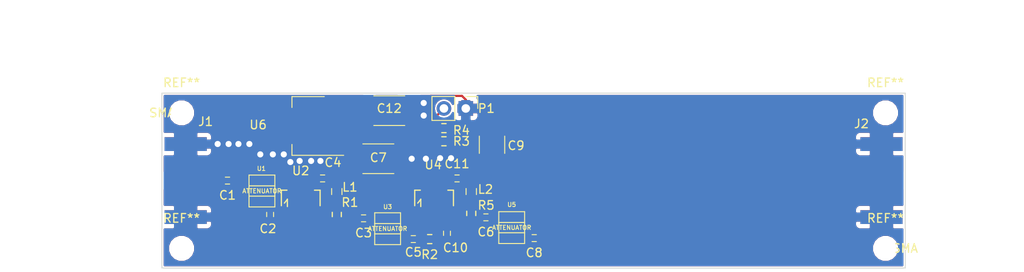
<source format=kicad_pcb>
(kicad_pcb (version 4) (host pcbnew 4.0.5)

  (general
    (links 56)
    (no_connects 0)
    (area 72.339999 85.039999 158.800001 105.460001)
    (thickness 1.6)
    (drawings 8)
    (tracks 129)
    (zones 0)
    (modules 32)
    (nets 20)
  )

  (page A4)
  (layers
    (0 Top signal)
    (31 Bottom signal hide)
    (34 B.Paste user)
    (35 F.Paste user)
    (36 B.SilkS user)
    (37 F.SilkS user)
    (38 B.Mask user)
    (39 F.Mask user)
    (40 Dwgs.User user)
    (44 Edge.Cuts user)
  )

  (setup
    (last_trace_width 0.254)
    (user_trace_width 0.254)
    (user_trace_width 0.508)
    (user_trace_width 0.8128)
    (trace_clearance 0.2)
    (zone_clearance 0.1524)
    (zone_45_only no)
    (trace_min 0.2)
    (segment_width 0.2)
    (edge_width 0.1)
    (via_size 0.6)
    (via_drill 0.4)
    (via_min_size 0.4)
    (via_min_drill 0.3)
    (user_via 0.762 0.7112)
    (uvia_size 0.3)
    (uvia_drill 0.1)
    (uvias_allowed no)
    (uvia_min_size 0.2)
    (uvia_min_drill 0.1)
    (pcb_text_width 0.3)
    (pcb_text_size 1.5 1.5)
    (mod_edge_width 0.15)
    (mod_text_size 1 1)
    (mod_text_width 0.15)
    (pad_size 1.5 1.5)
    (pad_drill 0.6)
    (pad_to_mask_clearance 0)
    (aux_axis_origin 0 0)
    (visible_elements 7FFEFFFF)
    (pcbplotparams
      (layerselection 0x00030_80000001)
      (usegerberextensions false)
      (excludeedgelayer true)
      (linewidth 0.100000)
      (plotframeref false)
      (viasonmask false)
      (mode 1)
      (useauxorigin false)
      (hpglpennumber 1)
      (hpglpenspeed 20)
      (hpglpendiameter 15)
      (hpglpenoverlay 2)
      (psnegative false)
      (psa4output false)
      (plotreference true)
      (plotvalue true)
      (plotinvisibletext false)
      (padsonsilk false)
      (subtractmaskfromsilk false)
      (outputformat 1)
      (mirror false)
      (drillshape 1)
      (scaleselection 1)
      (outputdirectory ""))
  )

  (net 0 "")
  (net 1 "Net-(C1-Pad1)")
  (net 2 "Net-(C1-Pad2)")
  (net 3 "Net-(C2-Pad1)")
  (net 4 "Net-(C2-Pad2)")
  (net 5 "Net-(C3-Pad1)")
  (net 6 "Net-(C3-Pad2)")
  (net 7 GND)
  (net 8 /Vbias)
  (net 9 "Net-(C5-Pad1)")
  (net 10 "Net-(C5-Pad2)")
  (net 11 "Net-(C6-Pad1)")
  (net 12 "Net-(C10-Pad1)")
  (net 13 "Net-(C8-Pad1)")
  (net 14 "Net-(C8-Pad2)")
  (net 15 "Net-(C10-Pad2)")
  (net 16 "Net-(L1-Pad1)")
  (net 17 "Net-(L2-Pad1)")
  (net 18 "Net-(C7-Pad2)")
  (net 19 "Net-(C12-Pad2)")

  (net_class Default "This is the default net class."
    (clearance 0.2)
    (trace_width 0.25)
    (via_dia 0.6)
    (via_drill 0.4)
    (uvia_dia 0.3)
    (uvia_drill 0.1)
    (add_net /Vbias)
    (add_net GND)
    (add_net "Net-(C1-Pad1)")
    (add_net "Net-(C1-Pad2)")
    (add_net "Net-(C10-Pad1)")
    (add_net "Net-(C10-Pad2)")
    (add_net "Net-(C12-Pad2)")
    (add_net "Net-(C2-Pad1)")
    (add_net "Net-(C2-Pad2)")
    (add_net "Net-(C3-Pad1)")
    (add_net "Net-(C3-Pad2)")
    (add_net "Net-(C5-Pad1)")
    (add_net "Net-(C5-Pad2)")
    (add_net "Net-(C6-Pad1)")
    (add_net "Net-(C7-Pad2)")
    (add_net "Net-(C8-Pad1)")
    (add_net "Net-(C8-Pad2)")
    (add_net "Net-(L1-Pad1)")
    (add_net "Net-(L2-Pad1)")
  )

  (module Capacitors_SMD:C_0201 placed (layer Top) (tedit 5415D524) (tstamp 58895302)
    (at 80.01 95.25 180)
    (descr "Capacitor SMD 0201, reflow soldering, AVX (see smccp.pdf)")
    (tags "capacitor 0201")
    (path /588929BE)
    (attr smd)
    (fp_text reference C1 (at 0 -1.7 180) (layer F.SilkS)
      (effects (font (size 1 1) (thickness 0.15)))
    )
    (fp_text value 100pF (at 0 1.7 180) (layer F.Fab)
      (effects (font (size 1 1) (thickness 0.15)))
    )
    (fp_line (start -0.3 0.15) (end -0.3 -0.15) (layer F.Fab) (width 0.1))
    (fp_line (start 0.3 0.15) (end -0.3 0.15) (layer F.Fab) (width 0.1))
    (fp_line (start 0.3 -0.15) (end 0.3 0.15) (layer F.Fab) (width 0.1))
    (fp_line (start -0.3 -0.15) (end 0.3 -0.15) (layer F.Fab) (width 0.1))
    (fp_line (start -0.7 -0.55) (end 0.7 -0.55) (layer F.CrtYd) (width 0.05))
    (fp_line (start -0.7 0.55) (end 0.7 0.55) (layer F.CrtYd) (width 0.05))
    (fp_line (start -0.7 -0.55) (end -0.7 0.55) (layer F.CrtYd) (width 0.05))
    (fp_line (start 0.7 -0.55) (end 0.7 0.55) (layer F.CrtYd) (width 0.05))
    (fp_line (start 0.25 0.4) (end -0.25 0.4) (layer F.SilkS) (width 0.12))
    (fp_line (start -0.25 -0.4) (end 0.25 -0.4) (layer F.SilkS) (width 0.12))
    (pad 1 smd rect (at -0.275 0 180) (size 0.3 0.35) (layers Top F.Paste F.Mask)
      (net 1 "Net-(C1-Pad1)"))
    (pad 2 smd rect (at 0.275 0 180) (size 0.3 0.35) (layers Top F.Paste F.Mask)
      (net 2 "Net-(C1-Pad2)"))
    (model Capacitors_SMD.3dshapes/C_0201.wrl
      (at (xyz 0 0 0))
      (scale (xyz 1 1 1))
      (rotate (xyz 0 0 0))
    )
  )

  (module Capacitors_SMD:C_0201 placed (layer Top) (tedit 588A8FE7) (tstamp 58895312)
    (at 84.963 99.187 90)
    (descr "Capacitor SMD 0201, reflow soldering, AVX (see smccp.pdf)")
    (tags "capacitor 0201")
    (path /588296CC)
    (attr smd)
    (fp_text reference C2 (at -1.651 -0.254 180) (layer F.SilkS)
      (effects (font (size 1 1) (thickness 0.15)))
    )
    (fp_text value 100pF (at 0 1.7 90) (layer F.Fab)
      (effects (font (size 1 1) (thickness 0.15)))
    )
    (fp_line (start -0.3 0.15) (end -0.3 -0.15) (layer F.Fab) (width 0.1))
    (fp_line (start 0.3 0.15) (end -0.3 0.15) (layer F.Fab) (width 0.1))
    (fp_line (start 0.3 -0.15) (end 0.3 0.15) (layer F.Fab) (width 0.1))
    (fp_line (start -0.3 -0.15) (end 0.3 -0.15) (layer F.Fab) (width 0.1))
    (fp_line (start -0.7 -0.55) (end 0.7 -0.55) (layer F.CrtYd) (width 0.05))
    (fp_line (start -0.7 0.55) (end 0.7 0.55) (layer F.CrtYd) (width 0.05))
    (fp_line (start -0.7 -0.55) (end -0.7 0.55) (layer F.CrtYd) (width 0.05))
    (fp_line (start 0.7 -0.55) (end 0.7 0.55) (layer F.CrtYd) (width 0.05))
    (fp_line (start 0.25 0.4) (end -0.25 0.4) (layer F.SilkS) (width 0.12))
    (fp_line (start -0.25 -0.4) (end 0.25 -0.4) (layer F.SilkS) (width 0.12))
    (pad 1 smd rect (at -0.275 0 90) (size 0.3 0.35) (layers Top F.Paste F.Mask)
      (net 3 "Net-(C2-Pad1)"))
    (pad 2 smd rect (at 0.275 0 90) (size 0.3 0.35) (layers Top F.Paste F.Mask)
      (net 4 "Net-(C2-Pad2)"))
    (model Capacitors_SMD.3dshapes/C_0201.wrl
      (at (xyz 0 0 0))
      (scale (xyz 1 1 1))
      (rotate (xyz 0 0 0))
    )
  )

  (module Capacitors_SMD:C_0201 placed (layer Top) (tedit 5415D524) (tstamp 58895322)
    (at 95.8215 99.6315 180)
    (descr "Capacitor SMD 0201, reflow soldering, AVX (see smccp.pdf)")
    (tags "capacitor 0201")
    (path /58836084)
    (attr smd)
    (fp_text reference C3 (at 0 -1.7 180) (layer F.SilkS)
      (effects (font (size 1 1) (thickness 0.15)))
    )
    (fp_text value 100pF (at 0 1.7 180) (layer F.Fab)
      (effects (font (size 1 1) (thickness 0.15)))
    )
    (fp_line (start -0.3 0.15) (end -0.3 -0.15) (layer F.Fab) (width 0.1))
    (fp_line (start 0.3 0.15) (end -0.3 0.15) (layer F.Fab) (width 0.1))
    (fp_line (start 0.3 -0.15) (end 0.3 0.15) (layer F.Fab) (width 0.1))
    (fp_line (start -0.3 -0.15) (end 0.3 -0.15) (layer F.Fab) (width 0.1))
    (fp_line (start -0.7 -0.55) (end 0.7 -0.55) (layer F.CrtYd) (width 0.05))
    (fp_line (start -0.7 0.55) (end 0.7 0.55) (layer F.CrtYd) (width 0.05))
    (fp_line (start -0.7 -0.55) (end -0.7 0.55) (layer F.CrtYd) (width 0.05))
    (fp_line (start 0.7 -0.55) (end 0.7 0.55) (layer F.CrtYd) (width 0.05))
    (fp_line (start 0.25 0.4) (end -0.25 0.4) (layer F.SilkS) (width 0.12))
    (fp_line (start -0.25 -0.4) (end 0.25 -0.4) (layer F.SilkS) (width 0.12))
    (pad 1 smd rect (at -0.275 0 180) (size 0.3 0.35) (layers Top F.Paste F.Mask)
      (net 5 "Net-(C3-Pad1)"))
    (pad 2 smd rect (at 0.275 0 180) (size 0.3 0.35) (layers Top F.Paste F.Mask)
      (net 6 "Net-(C3-Pad2)"))
    (model Capacitors_SMD.3dshapes/C_0201.wrl
      (at (xyz 0 0 0))
      (scale (xyz 1 1 1))
      (rotate (xyz 0 0 0))
    )
  )

  (module Capacitors_SMD:C_0201 placed (layer Top) (tedit 588A9631) (tstamp 58895332)
    (at 91.059 94.996)
    (descr "Capacitor SMD 0201, reflow soldering, AVX (see smccp.pdf)")
    (tags "capacitor 0201")
    (path /5883D438)
    (attr smd)
    (fp_text reference C4 (at 1.2065 -1.8415) (layer F.SilkS)
      (effects (font (size 1 1) (thickness 0.15)))
    )
    (fp_text value 20pF (at 0 1.7) (layer F.Fab)
      (effects (font (size 1 1) (thickness 0.15)))
    )
    (fp_line (start -0.3 0.15) (end -0.3 -0.15) (layer F.Fab) (width 0.1))
    (fp_line (start 0.3 0.15) (end -0.3 0.15) (layer F.Fab) (width 0.1))
    (fp_line (start 0.3 -0.15) (end 0.3 0.15) (layer F.Fab) (width 0.1))
    (fp_line (start -0.3 -0.15) (end 0.3 -0.15) (layer F.Fab) (width 0.1))
    (fp_line (start -0.7 -0.55) (end 0.7 -0.55) (layer F.CrtYd) (width 0.05))
    (fp_line (start -0.7 0.55) (end 0.7 0.55) (layer F.CrtYd) (width 0.05))
    (fp_line (start -0.7 -0.55) (end -0.7 0.55) (layer F.CrtYd) (width 0.05))
    (fp_line (start 0.7 -0.55) (end 0.7 0.55) (layer F.CrtYd) (width 0.05))
    (fp_line (start 0.25 0.4) (end -0.25 0.4) (layer F.SilkS) (width 0.12))
    (fp_line (start -0.25 -0.4) (end 0.25 -0.4) (layer F.SilkS) (width 0.12))
    (pad 1 smd rect (at -0.275 0) (size 0.3 0.35) (layers Top F.Paste F.Mask)
      (net 7 GND))
    (pad 2 smd rect (at 0.275 0) (size 0.3 0.35) (layers Top F.Paste F.Mask)
      (net 8 /Vbias))
    (model Capacitors_SMD.3dshapes/C_0201.wrl
      (at (xyz 0 0 0))
      (scale (xyz 1 1 1))
      (rotate (xyz 0 0 0))
    )
  )

  (module Capacitors_SMD:C_0201 placed (layer Top) (tedit 588A3677) (tstamp 58895342)
    (at 101.6 102.0445 180)
    (descr "Capacitor SMD 0201, reflow soldering, AVX (see smccp.pdf)")
    (tags "capacitor 0201")
    (path /588369FC)
    (attr smd)
    (fp_text reference C5 (at 0 -1.524 180) (layer F.SilkS)
      (effects (font (size 1 1) (thickness 0.15)))
    )
    (fp_text value 100pF (at 0 1.7 180) (layer F.Fab)
      (effects (font (size 1 1) (thickness 0.15)))
    )
    (fp_line (start -0.3 0.15) (end -0.3 -0.15) (layer F.Fab) (width 0.1))
    (fp_line (start 0.3 0.15) (end -0.3 0.15) (layer F.Fab) (width 0.1))
    (fp_line (start 0.3 -0.15) (end 0.3 0.15) (layer F.Fab) (width 0.1))
    (fp_line (start -0.3 -0.15) (end 0.3 -0.15) (layer F.Fab) (width 0.1))
    (fp_line (start -0.7 -0.55) (end 0.7 -0.55) (layer F.CrtYd) (width 0.05))
    (fp_line (start -0.7 0.55) (end 0.7 0.55) (layer F.CrtYd) (width 0.05))
    (fp_line (start -0.7 -0.55) (end -0.7 0.55) (layer F.CrtYd) (width 0.05))
    (fp_line (start 0.7 -0.55) (end 0.7 0.55) (layer F.CrtYd) (width 0.05))
    (fp_line (start 0.25 0.4) (end -0.25 0.4) (layer F.SilkS) (width 0.12))
    (fp_line (start -0.25 -0.4) (end 0.25 -0.4) (layer F.SilkS) (width 0.12))
    (pad 1 smd rect (at -0.275 0 180) (size 0.3 0.35) (layers Top F.Paste F.Mask)
      (net 9 "Net-(C5-Pad1)"))
    (pad 2 smd rect (at 0.275 0 180) (size 0.3 0.35) (layers Top F.Paste F.Mask)
      (net 10 "Net-(C5-Pad2)"))
    (model Capacitors_SMD.3dshapes/C_0201.wrl
      (at (xyz 0 0 0))
      (scale (xyz 1 1 1))
      (rotate (xyz 0 0 0))
    )
  )

  (module Capacitors_SMD:C_0201 placed (layer Top) (tedit 5415D524) (tstamp 58895352)
    (at 110.0328 99.5172 180)
    (descr "Capacitor SMD 0201, reflow soldering, AVX (see smccp.pdf)")
    (tags "capacitor 0201")
    (path /58835E77)
    (attr smd)
    (fp_text reference C6 (at 0 -1.7 180) (layer F.SilkS)
      (effects (font (size 1 1) (thickness 0.15)))
    )
    (fp_text value 100pF (at 0 1.7 180) (layer F.Fab)
      (effects (font (size 1 1) (thickness 0.15)))
    )
    (fp_line (start -0.3 0.15) (end -0.3 -0.15) (layer F.Fab) (width 0.1))
    (fp_line (start 0.3 0.15) (end -0.3 0.15) (layer F.Fab) (width 0.1))
    (fp_line (start 0.3 -0.15) (end 0.3 0.15) (layer F.Fab) (width 0.1))
    (fp_line (start -0.3 -0.15) (end 0.3 -0.15) (layer F.Fab) (width 0.1))
    (fp_line (start -0.7 -0.55) (end 0.7 -0.55) (layer F.CrtYd) (width 0.05))
    (fp_line (start -0.7 0.55) (end 0.7 0.55) (layer F.CrtYd) (width 0.05))
    (fp_line (start -0.7 -0.55) (end -0.7 0.55) (layer F.CrtYd) (width 0.05))
    (fp_line (start 0.7 -0.55) (end 0.7 0.55) (layer F.CrtYd) (width 0.05))
    (fp_line (start 0.25 0.4) (end -0.25 0.4) (layer F.SilkS) (width 0.12))
    (fp_line (start -0.25 -0.4) (end 0.25 -0.4) (layer F.SilkS) (width 0.12))
    (pad 1 smd rect (at -0.275 0 180) (size 0.3 0.35) (layers Top F.Paste F.Mask)
      (net 11 "Net-(C6-Pad1)"))
    (pad 2 smd rect (at 0.275 0 180) (size 0.3 0.35) (layers Top F.Paste F.Mask)
      (net 12 "Net-(C10-Pad1)"))
    (model Capacitors_SMD.3dshapes/C_0201.wrl
      (at (xyz 0 0 0))
      (scale (xyz 1 1 1))
      (rotate (xyz 0 0 0))
    )
  )

  (module Capacitors_SMD:C_0201 placed (layer Top) (tedit 5415D524) (tstamp 58895372)
    (at 115.6462 101.9302 180)
    (descr "Capacitor SMD 0201, reflow soldering, AVX (see smccp.pdf)")
    (tags "capacitor 0201")
    (path /58895D77)
    (attr smd)
    (fp_text reference C8 (at 0 -1.7 180) (layer F.SilkS)
      (effects (font (size 1 1) (thickness 0.15)))
    )
    (fp_text value 100pF (at 0 1.7 180) (layer F.Fab)
      (effects (font (size 1 1) (thickness 0.15)))
    )
    (fp_line (start -0.3 0.15) (end -0.3 -0.15) (layer F.Fab) (width 0.1))
    (fp_line (start 0.3 0.15) (end -0.3 0.15) (layer F.Fab) (width 0.1))
    (fp_line (start 0.3 -0.15) (end 0.3 0.15) (layer F.Fab) (width 0.1))
    (fp_line (start -0.3 -0.15) (end 0.3 -0.15) (layer F.Fab) (width 0.1))
    (fp_line (start -0.7 -0.55) (end 0.7 -0.55) (layer F.CrtYd) (width 0.05))
    (fp_line (start -0.7 0.55) (end 0.7 0.55) (layer F.CrtYd) (width 0.05))
    (fp_line (start -0.7 -0.55) (end -0.7 0.55) (layer F.CrtYd) (width 0.05))
    (fp_line (start 0.7 -0.55) (end 0.7 0.55) (layer F.CrtYd) (width 0.05))
    (fp_line (start 0.25 0.4) (end -0.25 0.4) (layer F.SilkS) (width 0.12))
    (fp_line (start -0.25 -0.4) (end 0.25 -0.4) (layer F.SilkS) (width 0.12))
    (pad 1 smd rect (at -0.275 0 180) (size 0.3 0.35) (layers Top F.Paste F.Mask)
      (net 13 "Net-(C8-Pad1)"))
    (pad 2 smd rect (at 0.275 0 180) (size 0.3 0.35) (layers Top F.Paste F.Mask)
      (net 14 "Net-(C8-Pad2)"))
    (model Capacitors_SMD.3dshapes/C_0201.wrl
      (at (xyz 0 0 0))
      (scale (xyz 1 1 1))
      (rotate (xyz 0 0 0))
    )
  )

  (module Capacitors_SMD:C_1210 placed (layer Top) (tedit 588A94C4) (tstamp 58895382)
    (at 110.744 91.0844 270)
    (descr "Capacitor SMD 1210, reflow soldering, AVX (see smccp.pdf)")
    (tags "capacitor 1210")
    (path /5889D36F)
    (attr smd)
    (fp_text reference C9 (at 0.1016 -2.794 360) (layer F.SilkS)
      (effects (font (size 1 1) (thickness 0.15)))
    )
    (fp_text value 100uF (at 0 2.7 270) (layer F.Fab)
      (effects (font (size 1 1) (thickness 0.15)))
    )
    (fp_line (start -1.6 1.25) (end -1.6 -1.25) (layer F.Fab) (width 0.1))
    (fp_line (start 1.6 1.25) (end -1.6 1.25) (layer F.Fab) (width 0.1))
    (fp_line (start 1.6 -1.25) (end 1.6 1.25) (layer F.Fab) (width 0.1))
    (fp_line (start -1.6 -1.25) (end 1.6 -1.25) (layer F.Fab) (width 0.1))
    (fp_line (start -2.3 -1.6) (end 2.3 -1.6) (layer F.CrtYd) (width 0.05))
    (fp_line (start -2.3 1.6) (end 2.3 1.6) (layer F.CrtYd) (width 0.05))
    (fp_line (start -2.3 -1.6) (end -2.3 1.6) (layer F.CrtYd) (width 0.05))
    (fp_line (start 2.3 -1.6) (end 2.3 1.6) (layer F.CrtYd) (width 0.05))
    (fp_line (start 1 -1.475) (end -1 -1.475) (layer F.SilkS) (width 0.12))
    (fp_line (start -1 1.475) (end 1 1.475) (layer F.SilkS) (width 0.12))
    (pad 1 smd rect (at -1.5 0 270) (size 1 2.5) (layers Top F.Paste F.Mask)
      (net 7 GND))
    (pad 2 smd rect (at 1.5 0 270) (size 1 2.5) (layers Top F.Paste F.Mask)
      (net 8 /Vbias))
    (model Capacitors_SMD.3dshapes/C_1210.wrl
      (at (xyz 0 0 0))
      (scale (xyz 1 1 1))
      (rotate (xyz 0 0 0))
    )
  )

  (module Capacitors_SMD:C_0201 placed (layer Top) (tedit 588A9266) (tstamp 58895392)
    (at 105.5116 101.3714 270)
    (descr "Capacitor SMD 0201, reflow soldering, AVX (see smccp.pdf)")
    (tags "capacitor 0201")
    (path /5889655D)
    (attr smd)
    (fp_text reference C10 (at 1.6764 -0.9906 360) (layer F.SilkS)
      (effects (font (size 1 1) (thickness 0.15)))
    )
    (fp_text value 100pF (at 0 1.7 270) (layer F.Fab)
      (effects (font (size 1 1) (thickness 0.15)))
    )
    (fp_line (start -0.3 0.15) (end -0.3 -0.15) (layer F.Fab) (width 0.1))
    (fp_line (start 0.3 0.15) (end -0.3 0.15) (layer F.Fab) (width 0.1))
    (fp_line (start 0.3 -0.15) (end 0.3 0.15) (layer F.Fab) (width 0.1))
    (fp_line (start -0.3 -0.15) (end 0.3 -0.15) (layer F.Fab) (width 0.1))
    (fp_line (start -0.7 -0.55) (end 0.7 -0.55) (layer F.CrtYd) (width 0.05))
    (fp_line (start -0.7 0.55) (end 0.7 0.55) (layer F.CrtYd) (width 0.05))
    (fp_line (start -0.7 -0.55) (end -0.7 0.55) (layer F.CrtYd) (width 0.05))
    (fp_line (start 0.7 -0.55) (end 0.7 0.55) (layer F.CrtYd) (width 0.05))
    (fp_line (start 0.25 0.4) (end -0.25 0.4) (layer F.SilkS) (width 0.12))
    (fp_line (start -0.25 -0.4) (end 0.25 -0.4) (layer F.SilkS) (width 0.12))
    (pad 1 smd rect (at -0.275 0 270) (size 0.3 0.35) (layers Top F.Paste F.Mask)
      (net 12 "Net-(C10-Pad1)"))
    (pad 2 smd rect (at 0.275 0 270) (size 0.3 0.35) (layers Top F.Paste F.Mask)
      (net 15 "Net-(C10-Pad2)"))
    (model Capacitors_SMD.3dshapes/C_0201.wrl
      (at (xyz 0 0 0))
      (scale (xyz 1 1 1))
      (rotate (xyz 0 0 0))
    )
  )

  (module Capacitors_SMD:C_0201 placed (layer Top) (tedit 5415D524) (tstamp 588953A2)
    (at 106.68 94.996)
    (descr "Capacitor SMD 0201, reflow soldering, AVX (see smccp.pdf)")
    (tags "capacitor 0201")
    (path /5889AC48)
    (attr smd)
    (fp_text reference C11 (at 0 -1.7) (layer F.SilkS)
      (effects (font (size 1 1) (thickness 0.15)))
    )
    (fp_text value 20pF (at 0 1.7) (layer F.Fab)
      (effects (font (size 1 1) (thickness 0.15)))
    )
    (fp_line (start -0.3 0.15) (end -0.3 -0.15) (layer F.Fab) (width 0.1))
    (fp_line (start 0.3 0.15) (end -0.3 0.15) (layer F.Fab) (width 0.1))
    (fp_line (start 0.3 -0.15) (end 0.3 0.15) (layer F.Fab) (width 0.1))
    (fp_line (start -0.3 -0.15) (end 0.3 -0.15) (layer F.Fab) (width 0.1))
    (fp_line (start -0.7 -0.55) (end 0.7 -0.55) (layer F.CrtYd) (width 0.05))
    (fp_line (start -0.7 0.55) (end 0.7 0.55) (layer F.CrtYd) (width 0.05))
    (fp_line (start -0.7 -0.55) (end -0.7 0.55) (layer F.CrtYd) (width 0.05))
    (fp_line (start 0.7 -0.55) (end 0.7 0.55) (layer F.CrtYd) (width 0.05))
    (fp_line (start 0.25 0.4) (end -0.25 0.4) (layer F.SilkS) (width 0.12))
    (fp_line (start -0.25 -0.4) (end 0.25 -0.4) (layer F.SilkS) (width 0.12))
    (pad 1 smd rect (at -0.275 0) (size 0.3 0.35) (layers Top F.Paste F.Mask)
      (net 7 GND))
    (pad 2 smd rect (at 0.275 0) (size 0.3 0.35) (layers Top F.Paste F.Mask)
      (net 8 /Vbias))
    (model Capacitors_SMD.3dshapes/C_0201.wrl
      (at (xyz 0 0 0))
      (scale (xyz 1 1 1))
      (rotate (xyz 0 0 0))
    )
  )

  (module Capacitors_SMD:C_1812 placed (layer Top) (tedit 588A902F) (tstamp 588953B2)
    (at 98.806 87.122 180)
    (descr "Capacitor SMD 1812, reflow soldering, AVX (see smccp.pdf)")
    (tags "capacitor 1812")
    (path /588A01A1)
    (attr smd)
    (fp_text reference C12 (at 0 0.254 180) (layer F.SilkS)
      (effects (font (size 1 1) (thickness 0.15)))
    )
    (fp_text value 10uF (at 0 3 180) (layer F.Fab)
      (effects (font (size 1 1) (thickness 0.15)))
    )
    (fp_line (start -2.25 1.6) (end -2.25 -1.6) (layer F.Fab) (width 0.1))
    (fp_line (start 2.25 1.6) (end -2.25 1.6) (layer F.Fab) (width 0.1))
    (fp_line (start 2.25 -1.6) (end 2.25 1.6) (layer F.Fab) (width 0.1))
    (fp_line (start -2.25 -1.6) (end 2.25 -1.6) (layer F.Fab) (width 0.1))
    (fp_line (start -3.1 -1.85) (end 3.1 -1.85) (layer F.CrtYd) (width 0.05))
    (fp_line (start -3.1 1.85) (end 3.1 1.85) (layer F.CrtYd) (width 0.05))
    (fp_line (start -3.1 -1.85) (end -3.1 1.85) (layer F.CrtYd) (width 0.05))
    (fp_line (start 3.1 -1.85) (end 3.1 1.85) (layer F.CrtYd) (width 0.05))
    (fp_line (start 1.8 -1.725) (end -1.8 -1.725) (layer F.SilkS) (width 0.12))
    (fp_line (start -1.8 1.725) (end 1.8 1.725) (layer F.SilkS) (width 0.12))
    (pad 1 smd rect (at -2.3 0 180) (size 1 3) (layers Top F.Paste F.Mask)
      (net 7 GND))
    (pad 2 smd rect (at 2.3 0 180) (size 1 3) (layers Top F.Paste F.Mask)
      (net 19 "Net-(C12-Pad2)"))
    (model Capacitors_SMD.3dshapes/C_1812.wrl
      (at (xyz 0 0 0))
      (scale (xyz 1 1 1))
      (rotate (xyz 0 0 0))
    )
  )

  (module SMA_Edge_Amphenol:SMA_Edge_Amphenol placed (layer Top) (tedit 588A94A9) (tstamp 588953BB)
    (at 72.39 95.25)
    (path /5882C9AA)
    (fp_text reference J1 (at 5.08 -6.858) (layer F.SilkS)
      (effects (font (size 1 1) (thickness 0.15)))
    )
    (fp_text value SMA (at 0 -7.874) (layer F.SilkS)
      (effects (font (size 1 1) (thickness 0.15)))
    )
    (pad 1 smd rect (at 1.2827 0) (size 2.0574 1.4986) (layers Top F.Paste F.Mask)
      (net 2 "Net-(C1-Pad2)"))
    (pad 2 smd rect (at 2.7559 4.2418) (size 4.9022 1.6002) (layers Top F.Paste F.Mask)
      (net 7 GND))
    (pad 3 smd rect (at 2.7559 -4.2418) (size 4.9022 1.6002) (layers Top F.Paste F.Mask)
      (net 7 GND))
    (pad 4 smd rect (at 2.7559 4.2418) (size 4.9022 1.6002) (layers Bottom F.Paste F.Mask)
      (net 7 GND))
    (pad 5 smd rect (at 2.7559 -4.2418) (size 4.9022 1.6002) (layers Bottom F.Paste F.Mask)
      (net 7 GND))
  )

  (module SMA_Edge_Amphenol:SMA_Edge_Amphenol placed (layer Top) (tedit 588A94B9) (tstamp 588953C4)
    (at 158.75 95.25 180)
    (path /58833EB6)
    (fp_text reference J2 (at 5.08 6.604 180) (layer F.SilkS)
      (effects (font (size 1 1) (thickness 0.15)))
    )
    (fp_text value SMA (at 0 -7.874 180) (layer F.SilkS)
      (effects (font (size 1 1) (thickness 0.15)))
    )
    (pad 1 smd rect (at 1.2827 0 180) (size 2.0574 1.4986) (layers Top F.Paste F.Mask)
      (net 13 "Net-(C8-Pad1)"))
    (pad 2 smd rect (at 2.7559 4.2418 180) (size 4.9022 1.6002) (layers Top F.Paste F.Mask)
      (net 7 GND))
    (pad 3 smd rect (at 2.7559 -4.2418 180) (size 4.9022 1.6002) (layers Top F.Paste F.Mask)
      (net 7 GND))
    (pad 4 smd rect (at 2.7559 4.2418 180) (size 4.9022 1.6002) (layers Bottom F.Paste F.Mask)
      (net 7 GND))
    (pad 5 smd rect (at 2.7559 -4.2418 180) (size 4.9022 1.6002) (layers Bottom F.Paste F.Mask)
      (net 7 GND))
  )

  (module Capacitors_SMD:C_0603 placed (layer Top) (tedit 588A9015) (tstamp 588953D4)
    (at 92.71 96.52 90)
    (descr "Capacitor SMD 0603, reflow soldering, AVX (see smccp.pdf)")
    (tags "capacitor 0603")
    (path /5883BF53)
    (attr smd)
    (fp_text reference L1 (at 0.508 1.524 180) (layer F.SilkS)
      (effects (font (size 1 1) (thickness 0.15)))
    )
    (fp_text value 1000nH (at 0 1.9 90) (layer F.Fab)
      (effects (font (size 1 1) (thickness 0.15)))
    )
    (fp_line (start -0.8 0.4) (end -0.8 -0.4) (layer F.Fab) (width 0.1))
    (fp_line (start 0.8 0.4) (end -0.8 0.4) (layer F.Fab) (width 0.1))
    (fp_line (start 0.8 -0.4) (end 0.8 0.4) (layer F.Fab) (width 0.1))
    (fp_line (start -0.8 -0.4) (end 0.8 -0.4) (layer F.Fab) (width 0.1))
    (fp_line (start -1.45 -0.75) (end 1.45 -0.75) (layer F.CrtYd) (width 0.05))
    (fp_line (start -1.45 0.75) (end 1.45 0.75) (layer F.CrtYd) (width 0.05))
    (fp_line (start -1.45 -0.75) (end -1.45 0.75) (layer F.CrtYd) (width 0.05))
    (fp_line (start 1.45 -0.75) (end 1.45 0.75) (layer F.CrtYd) (width 0.05))
    (fp_line (start -0.35 -0.6) (end 0.35 -0.6) (layer F.SilkS) (width 0.12))
    (fp_line (start 0.35 0.6) (end -0.35 0.6) (layer F.SilkS) (width 0.12))
    (pad 1 smd rect (at -0.75 0 90) (size 0.8 0.75) (layers Top F.Paste F.Mask)
      (net 16 "Net-(L1-Pad1)"))
    (pad 2 smd rect (at 0.75 0 90) (size 0.8 0.75) (layers Top F.Paste F.Mask)
      (net 8 /Vbias))
    (model Capacitors_SMD.3dshapes/C_0603.wrl
      (at (xyz 0 0 0))
      (scale (xyz 1 1 1))
      (rotate (xyz 0 0 0))
    )
  )

  (module Capacitors_SMD:C_0603 placed (layer Top) (tedit 588A94D5) (tstamp 588953E4)
    (at 108.331 96.52 90)
    (descr "Capacitor SMD 0603, reflow soldering, AVX (see smccp.pdf)")
    (tags "capacitor 0603")
    (path /5889AC42)
    (attr smd)
    (fp_text reference L2 (at 0.254 1.651 180) (layer F.SilkS)
      (effects (font (size 1 1) (thickness 0.15)))
    )
    (fp_text value 1000nH (at 0 1.9 90) (layer F.Fab)
      (effects (font (size 1 1) (thickness 0.15)))
    )
    (fp_line (start -0.8 0.4) (end -0.8 -0.4) (layer F.Fab) (width 0.1))
    (fp_line (start 0.8 0.4) (end -0.8 0.4) (layer F.Fab) (width 0.1))
    (fp_line (start 0.8 -0.4) (end 0.8 0.4) (layer F.Fab) (width 0.1))
    (fp_line (start -0.8 -0.4) (end 0.8 -0.4) (layer F.Fab) (width 0.1))
    (fp_line (start -1.45 -0.75) (end 1.45 -0.75) (layer F.CrtYd) (width 0.05))
    (fp_line (start -1.45 0.75) (end 1.45 0.75) (layer F.CrtYd) (width 0.05))
    (fp_line (start -1.45 -0.75) (end -1.45 0.75) (layer F.CrtYd) (width 0.05))
    (fp_line (start 1.45 -0.75) (end 1.45 0.75) (layer F.CrtYd) (width 0.05))
    (fp_line (start -0.35 -0.6) (end 0.35 -0.6) (layer F.SilkS) (width 0.12))
    (fp_line (start 0.35 0.6) (end -0.35 0.6) (layer F.SilkS) (width 0.12))
    (pad 1 smd rect (at -0.75 0 90) (size 0.8 0.75) (layers Top F.Paste F.Mask)
      (net 17 "Net-(L2-Pad1)"))
    (pad 2 smd rect (at 0.75 0 90) (size 0.8 0.75) (layers Top F.Paste F.Mask)
      (net 8 /Vbias))
    (model Capacitors_SMD.3dshapes/C_0603.wrl
      (at (xyz 0 0 0))
      (scale (xyz 1 1 1))
      (rotate (xyz 0 0 0))
    )
  )

  (module Pin_Headers:Pin_Header_Straight_1x02_Pitch2.54mm placed (layer Top) (tedit 588A8F09) (tstamp 588953F8)
    (at 107.696 86.868 270)
    (descr "Through hole straight pin header, 1x02, 2.54mm pitch, single row")
    (tags "Through hole pin header THT 1x02 2.54mm single row")
    (path /588689AD)
    (fp_text reference P1 (at 0 -2.39 360) (layer F.SilkS)
      (effects (font (size 1 1) (thickness 0.15)))
    )
    (fp_text value CONN_01X02 (at 0 4.93 270) (layer F.Fab)
      (effects (font (size 1 1) (thickness 0.15)))
    )
    (fp_line (start -1.27 -1.27) (end -1.27 3.81) (layer F.Fab) (width 0.1))
    (fp_line (start -1.27 3.81) (end 1.27 3.81) (layer F.Fab) (width 0.1))
    (fp_line (start 1.27 3.81) (end 1.27 -1.27) (layer F.Fab) (width 0.1))
    (fp_line (start 1.27 -1.27) (end -1.27 -1.27) (layer F.Fab) (width 0.1))
    (fp_line (start -1.39 1.27) (end -1.39 3.93) (layer F.SilkS) (width 0.12))
    (fp_line (start -1.39 3.93) (end 1.39 3.93) (layer F.SilkS) (width 0.12))
    (fp_line (start 1.39 3.93) (end 1.39 1.27) (layer F.SilkS) (width 0.12))
    (fp_line (start 1.39 1.27) (end -1.39 1.27) (layer F.SilkS) (width 0.12))
    (fp_line (start -1.39 0) (end -1.39 -1.39) (layer F.SilkS) (width 0.12))
    (fp_line (start -1.39 -1.39) (end 0 -1.39) (layer F.SilkS) (width 0.12))
    (fp_line (start -1.6 -1.6) (end -1.6 4.1) (layer F.CrtYd) (width 0.05))
    (fp_line (start -1.6 4.1) (end 1.6 4.1) (layer F.CrtYd) (width 0.05))
    (fp_line (start 1.6 4.1) (end 1.6 -1.6) (layer F.CrtYd) (width 0.05))
    (fp_line (start 1.6 -1.6) (end -1.6 -1.6) (layer F.CrtYd) (width 0.05))
    (pad 1 thru_hole rect (at 0 0 270) (size 1.7 1.7) (drill 1) (layers *.Cu *.Mask)
      (net 7 GND))
    (pad 2 thru_hole oval (at 0 2.54 270) (size 1.7 1.7) (drill 1) (layers *.Cu *.Mask)
      (net 19 "Net-(C12-Pad2)"))
    (model Pin_Headers.3dshapes/Pin_Header_Straight_1x02_Pitch2.54mm.wrl
      (at (xyz 0 -0.05 0))
      (scale (xyz 1 1 1))
      (rotate (xyz 0 0 90))
    )
  )

  (module Resistors_SMD:R_0402 placed (layer Top) (tedit 588A94DE) (tstamp 58895408)
    (at 92.71 99.187 270)
    (descr "Resistor SMD 0402, reflow soldering, Vishay (see dcrcw.pdf)")
    (tags "resistor 0402")
    (path /5883B383)
    (attr smd)
    (fp_text reference R1 (at -1.397 -1.524 360) (layer F.SilkS)
      (effects (font (size 1 1) (thickness 0.15)))
    )
    (fp_text value R (at 0 1.8 270) (layer F.Fab)
      (effects (font (size 1 1) (thickness 0.15)))
    )
    (fp_line (start -0.5 0.25) (end -0.5 -0.25) (layer F.Fab) (width 0.1))
    (fp_line (start 0.5 0.25) (end -0.5 0.25) (layer F.Fab) (width 0.1))
    (fp_line (start 0.5 -0.25) (end 0.5 0.25) (layer F.Fab) (width 0.1))
    (fp_line (start -0.5 -0.25) (end 0.5 -0.25) (layer F.Fab) (width 0.1))
    (fp_line (start -0.95 -0.65) (end 0.95 -0.65) (layer F.CrtYd) (width 0.05))
    (fp_line (start -0.95 0.65) (end 0.95 0.65) (layer F.CrtYd) (width 0.05))
    (fp_line (start -0.95 -0.65) (end -0.95 0.65) (layer F.CrtYd) (width 0.05))
    (fp_line (start 0.95 -0.65) (end 0.95 0.65) (layer F.CrtYd) (width 0.05))
    (fp_line (start 0.25 -0.525) (end -0.25 -0.525) (layer F.SilkS) (width 0.15))
    (fp_line (start -0.25 0.525) (end 0.25 0.525) (layer F.SilkS) (width 0.15))
    (pad 1 smd rect (at -0.45 0 270) (size 0.4 0.6) (layers Top F.Paste F.Mask)
      (net 16 "Net-(L1-Pad1)"))
    (pad 2 smd rect (at 0.45 0 270) (size 0.4 0.6) (layers Top F.Paste F.Mask)
      (net 6 "Net-(C3-Pad2)"))
    (model Resistors_SMD.3dshapes/R_0402.wrl
      (at (xyz 0 0 0))
      (scale (xyz 1 1 1))
      (rotate (xyz 0 0 0))
    )
  )

  (module Resistors_SMD:R_0402 placed (layer Top) (tedit 58307A8A) (tstamp 58895418)
    (at 103.505 102.0445 180)
    (descr "Resistor SMD 0402, reflow soldering, Vishay (see dcrcw.pdf)")
    (tags "resistor 0402")
    (path /5884B825)
    (attr smd)
    (fp_text reference R2 (at 0 -1.8 180) (layer F.SilkS)
      (effects (font (size 1 1) (thickness 0.15)))
    )
    (fp_text value R (at 0 1.8 180) (layer F.Fab)
      (effects (font (size 1 1) (thickness 0.15)))
    )
    (fp_line (start -0.5 0.25) (end -0.5 -0.25) (layer F.Fab) (width 0.1))
    (fp_line (start 0.5 0.25) (end -0.5 0.25) (layer F.Fab) (width 0.1))
    (fp_line (start 0.5 -0.25) (end 0.5 0.25) (layer F.Fab) (width 0.1))
    (fp_line (start -0.5 -0.25) (end 0.5 -0.25) (layer F.Fab) (width 0.1))
    (fp_line (start -0.95 -0.65) (end 0.95 -0.65) (layer F.CrtYd) (width 0.05))
    (fp_line (start -0.95 0.65) (end 0.95 0.65) (layer F.CrtYd) (width 0.05))
    (fp_line (start -0.95 -0.65) (end -0.95 0.65) (layer F.CrtYd) (width 0.05))
    (fp_line (start 0.95 -0.65) (end 0.95 0.65) (layer F.CrtYd) (width 0.05))
    (fp_line (start 0.25 -0.525) (end -0.25 -0.525) (layer F.SilkS) (width 0.15))
    (fp_line (start -0.25 0.525) (end 0.25 0.525) (layer F.SilkS) (width 0.15))
    (pad 1 smd rect (at -0.45 0 180) (size 0.4 0.6) (layers Top F.Paste F.Mask)
      (net 15 "Net-(C10-Pad2)"))
    (pad 2 smd rect (at 0.45 0 180) (size 0.4 0.6) (layers Top F.Paste F.Mask)
      (net 9 "Net-(C5-Pad1)"))
    (model Resistors_SMD.3dshapes/R_0402.wrl
      (at (xyz 0 0 0))
      (scale (xyz 1 1 1))
      (rotate (xyz 0 0 0))
    )
  )

  (module Resistors_SMD:R_0402 placed (layer Top) (tedit 588A9157) (tstamp 58895428)
    (at 105.156 89.154)
    (descr "Resistor SMD 0402, reflow soldering, Vishay (see dcrcw.pdf)")
    (tags "resistor 0402")
    (path /5889D9EF)
    (attr smd)
    (fp_text reference R3 (at 2.032 1.524) (layer F.SilkS)
      (effects (font (size 1 1) (thickness 0.15)))
    )
    (fp_text value R (at 0 1.8) (layer F.Fab)
      (effects (font (size 1 1) (thickness 0.15)))
    )
    (fp_line (start -0.5 0.25) (end -0.5 -0.25) (layer F.Fab) (width 0.1))
    (fp_line (start 0.5 0.25) (end -0.5 0.25) (layer F.Fab) (width 0.1))
    (fp_line (start 0.5 -0.25) (end 0.5 0.25) (layer F.Fab) (width 0.1))
    (fp_line (start -0.5 -0.25) (end 0.5 -0.25) (layer F.Fab) (width 0.1))
    (fp_line (start -0.95 -0.65) (end 0.95 -0.65) (layer F.CrtYd) (width 0.05))
    (fp_line (start -0.95 0.65) (end 0.95 0.65) (layer F.CrtYd) (width 0.05))
    (fp_line (start -0.95 -0.65) (end -0.95 0.65) (layer F.CrtYd) (width 0.05))
    (fp_line (start 0.95 -0.65) (end 0.95 0.65) (layer F.CrtYd) (width 0.05))
    (fp_line (start 0.25 -0.525) (end -0.25 -0.525) (layer F.SilkS) (width 0.15))
    (fp_line (start -0.25 0.525) (end 0.25 0.525) (layer F.SilkS) (width 0.15))
    (pad 1 smd rect (at -0.45 0) (size 0.4 0.6) (layers Top F.Paste F.Mask)
      (net 8 /Vbias))
    (pad 2 smd rect (at 0.45 0) (size 0.4 0.6) (layers Top F.Paste F.Mask)
      (net 18 "Net-(C7-Pad2)"))
    (model Resistors_SMD.3dshapes/R_0402.wrl
      (at (xyz 0 0 0))
      (scale (xyz 1 1 1))
      (rotate (xyz 0 0 0))
    )
  )

  (module Resistors_SMD:R_0402 placed (layer Top) (tedit 588A9155) (tstamp 58895438)
    (at 105.156 90.678)
    (descr "Resistor SMD 0402, reflow soldering, Vishay (see dcrcw.pdf)")
    (tags "resistor 0402")
    (path /5889E4A7)
    (attr smd)
    (fp_text reference R4 (at 2.032 -1.27) (layer F.SilkS)
      (effects (font (size 1 1) (thickness 0.15)))
    )
    (fp_text value R (at 0 1.8) (layer F.Fab)
      (effects (font (size 1 1) (thickness 0.15)))
    )
    (fp_line (start -0.5 0.25) (end -0.5 -0.25) (layer F.Fab) (width 0.1))
    (fp_line (start 0.5 0.25) (end -0.5 0.25) (layer F.Fab) (width 0.1))
    (fp_line (start 0.5 -0.25) (end 0.5 0.25) (layer F.Fab) (width 0.1))
    (fp_line (start -0.5 -0.25) (end 0.5 -0.25) (layer F.Fab) (width 0.1))
    (fp_line (start -0.95 -0.65) (end 0.95 -0.65) (layer F.CrtYd) (width 0.05))
    (fp_line (start -0.95 0.65) (end 0.95 0.65) (layer F.CrtYd) (width 0.05))
    (fp_line (start -0.95 -0.65) (end -0.95 0.65) (layer F.CrtYd) (width 0.05))
    (fp_line (start 0.95 -0.65) (end 0.95 0.65) (layer F.CrtYd) (width 0.05))
    (fp_line (start 0.25 -0.525) (end -0.25 -0.525) (layer F.SilkS) (width 0.15))
    (fp_line (start -0.25 0.525) (end 0.25 0.525) (layer F.SilkS) (width 0.15))
    (pad 1 smd rect (at -0.45 0) (size 0.4 0.6) (layers Top F.Paste F.Mask)
      (net 18 "Net-(C7-Pad2)"))
    (pad 2 smd rect (at 0.45 0) (size 0.4 0.6) (layers Top F.Paste F.Mask)
      (net 7 GND))
    (model Resistors_SMD.3dshapes/R_0402.wrl
      (at (xyz 0 0 0))
      (scale (xyz 1 1 1))
      (rotate (xyz 0 0 0))
    )
  )

  (module Resistors_SMD:R_0402 placed (layer Top) (tedit 588A9294) (tstamp 58895448)
    (at 108.331 99.06 270)
    (descr "Resistor SMD 0402, reflow soldering, Vishay (see dcrcw.pdf)")
    (tags "resistor 0402")
    (path /5889AC3C)
    (attr smd)
    (fp_text reference R5 (at -0.9398 -1.7272 360) (layer F.SilkS)
      (effects (font (size 1 1) (thickness 0.15)))
    )
    (fp_text value R (at 0 1.8 270) (layer F.Fab)
      (effects (font (size 1 1) (thickness 0.15)))
    )
    (fp_line (start -0.5 0.25) (end -0.5 -0.25) (layer F.Fab) (width 0.1))
    (fp_line (start 0.5 0.25) (end -0.5 0.25) (layer F.Fab) (width 0.1))
    (fp_line (start 0.5 -0.25) (end 0.5 0.25) (layer F.Fab) (width 0.1))
    (fp_line (start -0.5 -0.25) (end 0.5 -0.25) (layer F.Fab) (width 0.1))
    (fp_line (start -0.95 -0.65) (end 0.95 -0.65) (layer F.CrtYd) (width 0.05))
    (fp_line (start -0.95 0.65) (end 0.95 0.65) (layer F.CrtYd) (width 0.05))
    (fp_line (start -0.95 -0.65) (end -0.95 0.65) (layer F.CrtYd) (width 0.05))
    (fp_line (start 0.95 -0.65) (end 0.95 0.65) (layer F.CrtYd) (width 0.05))
    (fp_line (start 0.25 -0.525) (end -0.25 -0.525) (layer F.SilkS) (width 0.15))
    (fp_line (start -0.25 0.525) (end 0.25 0.525) (layer F.SilkS) (width 0.15))
    (pad 1 smd rect (at -0.45 0 270) (size 0.4 0.6) (layers Top F.Paste F.Mask)
      (net 17 "Net-(L2-Pad1)"))
    (pad 2 smd rect (at 0.45 0 270) (size 0.4 0.6) (layers Top F.Paste F.Mask)
      (net 12 "Net-(C10-Pad1)"))
    (model Resistors_SMD.3dshapes/R_0402.wrl
      (at (xyz 0 0 0))
      (scale (xyz 1 1 1))
      (rotate (xyz 0 0 0))
    )
  )

  (module SOT143B_MMM168:sot143B placed (layer Top) (tedit 588A9020) (tstamp 5889545A)
    (at 84.0105 96.4565)
    (descr SOT143B)
    (path /588297AC)
    (attr smd)
    (fp_text reference U1 (at -0.0635 -2.6035 180) (layer F.SilkS)
      (effects (font (size 0.50038 0.50038) (thickness 0.09906)))
    )
    (fp_text value ATTENUATOR (at 0 0) (layer F.SilkS)
      (effects (font (size 0.50038 0.50038) (thickness 0.09906)))
    )
    (fp_line (start 1.50114 1.84912) (end -1.50114 1.84912) (layer F.SilkS) (width 0.11938))
    (fp_line (start -1.50114 1.84912) (end -1.50114 0.59944) (layer F.SilkS) (width 0.11938))
    (fp_line (start 1.50114 0.59944) (end 1.50114 1.84912) (layer F.SilkS) (width 0.11938))
    (fp_line (start -1.50114 -0.59944) (end -1.50114 -1.84912) (layer F.SilkS) (width 0.11938))
    (fp_line (start -1.50114 -1.84912) (end 1.50114 -1.84912) (layer F.SilkS) (width 0.11938))
    (fp_line (start 1.50114 -1.84912) (end 1.50114 -0.59944) (layer F.SilkS) (width 0.11938))
    (fp_line (start -1.50114 -0.59944) (end -1.50114 0.59944) (layer F.SilkS) (width 0.11938))
    (fp_line (start 1.50114 -0.59944) (end 1.50114 0.59944) (layer F.SilkS) (width 0.11938))
    (fp_line (start -1.4986 -0.5969) (end 1.4986 -0.5969) (layer F.SilkS) (width 0.127))
    (fp_line (start 1.4986 0.5969) (end -1.4986 0.5969) (layer F.SilkS) (width 0.127))
    (pad 3 smd rect (at -0.8001 1.19888) (size 1.19888 1.00076) (layers Top F.Paste F.Mask)
      (net 7 GND))
    (pad 1 smd rect (at 0.94996 -1.19888) (size 0.8001 1.00076) (layers Top F.Paste F.Mask)
      (net 7 GND))
    (pad 2 smd rect (at 0.94996 1.19888) (size 0.8001 1.00076) (layers Top F.Paste F.Mask)
      (net 4 "Net-(C2-Pad2)"))
    (pad 4 smd rect (at -0.94996 -1.19888) (size 0.8001 1.00076) (layers Top F.Paste F.Mask)
      (net 1 "Net-(C1-Pad1)"))
    (model smd/smd_transistors/sot143b.wrl
      (at (xyz 0 0 0))
      (scale (xyz 1 1 1))
      (rotate (xyz 0 0 0))
    )
  )

  (module TO_SOT_Packages_SMD:SOT89-3_Housing placed (layer Top) (tedit 588A8FDD) (tstamp 5889546A)
    (at 88.519 97.663)
    (descr "SOT89-3, Housing,")
    (tags "SOT89-3, Housing,")
    (path /588294A2)
    (attr smd)
    (fp_text reference U2 (at 0 -3.556) (layer F.SilkS)
      (effects (font (size 1 1) (thickness 0.15)))
    )
    (fp_text value AMP (at -0.20066 4.59994) (layer F.Fab)
      (effects (font (size 1 1) (thickness 0.15)))
    )
    (fp_line (start -1.89992 0.20066) (end -1.651 -0.09906) (layer F.SilkS) (width 0.15))
    (fp_line (start -1.651 -0.09906) (end -1.5494 -0.24892) (layer F.SilkS) (width 0.15))
    (fp_line (start -1.5494 -0.24892) (end -1.5494 0.59944) (layer F.SilkS) (width 0.15))
    (fp_line (start -2.25044 -1.30048) (end -2.25044 0.50038) (layer F.SilkS) (width 0.15))
    (fp_line (start -2.25044 -1.30048) (end -1.6002 -1.30048) (layer F.SilkS) (width 0.15))
    (fp_line (start 2.25044 -1.30048) (end 2.25044 0.50038) (layer F.SilkS) (width 0.15))
    (fp_line (start 2.25044 -1.30048) (end 1.6002 -1.30048) (layer F.SilkS) (width 0.15))
    (pad 1 smd rect (at -1.50114 1.85166) (size 1.00076 1.50114) (layers Top F.Paste F.Mask)
      (net 3 "Net-(C2-Pad1)"))
    (pad 2 smd rect (at 0 1.85166) (size 1.00076 1.50114) (layers Top F.Paste F.Mask)
      (net 7 GND))
    (pad 3 smd rect (at 1.50114 1.85166) (size 1.00076 1.50114) (layers Top F.Paste F.Mask)
      (net 6 "Net-(C3-Pad2)"))
    (pad 2 smd rect (at 0 -1.09982) (size 1.99898 2.99974) (layers Top F.Paste F.Mask)
      (net 7 GND))
    (pad 2 smd trapezoid (at 0 0.7493 180) (size 1.50114 0.7493) (rect_delta 0 0.50038 ) (layers Top F.Paste F.Mask)
      (net 7 GND))
    (model TO_SOT_Packages_SMD.3dshapes/SOT89-3_Housing.wrl
      (at (xyz 0 0 0))
      (scale (xyz 0.3937 0.3937 0.3937))
      (rotate (xyz 0 0 0))
    )
  )

  (module SOT143B_MMM168:sot143B placed (layer Top) (tedit 588A908C) (tstamp 5889547C)
    (at 98.6155 100.838)
    (descr SOT143B)
    (path /5883CB2E)
    (attr smd)
    (fp_text reference U3 (at 0 -2.54 180) (layer F.SilkS)
      (effects (font (size 0.50038 0.50038) (thickness 0.09906)))
    )
    (fp_text value ATTENUATOR (at 0 0) (layer F.SilkS)
      (effects (font (size 0.50038 0.50038) (thickness 0.09906)))
    )
    (fp_line (start 1.50114 1.84912) (end -1.50114 1.84912) (layer F.SilkS) (width 0.11938))
    (fp_line (start -1.50114 1.84912) (end -1.50114 0.59944) (layer F.SilkS) (width 0.11938))
    (fp_line (start 1.50114 0.59944) (end 1.50114 1.84912) (layer F.SilkS) (width 0.11938))
    (fp_line (start -1.50114 -0.59944) (end -1.50114 -1.84912) (layer F.SilkS) (width 0.11938))
    (fp_line (start -1.50114 -1.84912) (end 1.50114 -1.84912) (layer F.SilkS) (width 0.11938))
    (fp_line (start 1.50114 -1.84912) (end 1.50114 -0.59944) (layer F.SilkS) (width 0.11938))
    (fp_line (start -1.50114 -0.59944) (end -1.50114 0.59944) (layer F.SilkS) (width 0.11938))
    (fp_line (start 1.50114 -0.59944) (end 1.50114 0.59944) (layer F.SilkS) (width 0.11938))
    (fp_line (start -1.4986 -0.5969) (end 1.4986 -0.5969) (layer F.SilkS) (width 0.127))
    (fp_line (start 1.4986 0.5969) (end -1.4986 0.5969) (layer F.SilkS) (width 0.127))
    (pad 3 smd rect (at -0.8001 1.19888) (size 1.19888 1.00076) (layers Top F.Paste F.Mask)
      (net 7 GND))
    (pad 1 smd rect (at 0.94996 -1.19888) (size 0.8001 1.00076) (layers Top F.Paste F.Mask)
      (net 7 GND))
    (pad 2 smd rect (at 0.94996 1.19888) (size 0.8001 1.00076) (layers Top F.Paste F.Mask)
      (net 10 "Net-(C5-Pad2)"))
    (pad 4 smd rect (at -0.94996 -1.19888) (size 0.8001 1.00076) (layers Top F.Paste F.Mask)
      (net 5 "Net-(C3-Pad1)"))
    (model smd/smd_transistors/sot143b.wrl
      (at (xyz 0 0 0))
      (scale (xyz 1 1 1))
      (rotate (xyz 0 0 0))
    )
  )

  (module TO_SOT_Packages_SMD:SOT89-3_Housing placed (layer Top) (tedit 0) (tstamp 5889548C)
    (at 104.013 97.663)
    (descr "SOT89-3, Housing,")
    (tags "SOT89-3, Housing,")
    (path /588295F7)
    (attr smd)
    (fp_text reference U4 (at -0.09906 -4.24942) (layer F.SilkS)
      (effects (font (size 1 1) (thickness 0.15)))
    )
    (fp_text value AMP (at -0.20066 4.59994) (layer F.Fab)
      (effects (font (size 1 1) (thickness 0.15)))
    )
    (fp_line (start -1.89992 0.20066) (end -1.651 -0.09906) (layer F.SilkS) (width 0.15))
    (fp_line (start -1.651 -0.09906) (end -1.5494 -0.24892) (layer F.SilkS) (width 0.15))
    (fp_line (start -1.5494 -0.24892) (end -1.5494 0.59944) (layer F.SilkS) (width 0.15))
    (fp_line (start -2.25044 -1.30048) (end -2.25044 0.50038) (layer F.SilkS) (width 0.15))
    (fp_line (start -2.25044 -1.30048) (end -1.6002 -1.30048) (layer F.SilkS) (width 0.15))
    (fp_line (start 2.25044 -1.30048) (end 2.25044 0.50038) (layer F.SilkS) (width 0.15))
    (fp_line (start 2.25044 -1.30048) (end 1.6002 -1.30048) (layer F.SilkS) (width 0.15))
    (pad 1 smd rect (at -1.50114 1.85166) (size 1.00076 1.50114) (layers Top F.Paste F.Mask)
      (net 9 "Net-(C5-Pad1)"))
    (pad 2 smd rect (at 0 1.85166) (size 1.00076 1.50114) (layers Top F.Paste F.Mask)
      (net 7 GND))
    (pad 3 smd rect (at 1.50114 1.85166) (size 1.00076 1.50114) (layers Top F.Paste F.Mask)
      (net 12 "Net-(C10-Pad1)"))
    (pad 2 smd rect (at 0 -1.09982) (size 1.99898 2.99974) (layers Top F.Paste F.Mask)
      (net 7 GND))
    (pad 2 smd trapezoid (at 0 0.7493 180) (size 1.50114 0.7493) (rect_delta 0 0.50038 ) (layers Top F.Paste F.Mask)
      (net 7 GND))
    (model TO_SOT_Packages_SMD.3dshapes/SOT89-3_Housing.wrl
      (at (xyz 0 0 0))
      (scale (xyz 0.3937 0.3937 0.3937))
      (rotate (xyz 0 0 0))
    )
  )

  (module SOT143B_MMM168:sot143B placed (layer Top) (tedit 588A94CB) (tstamp 5889549E)
    (at 113.03 100.711)
    (descr SOT143B)
    (path /5882CD44)
    (attr smd)
    (fp_text reference U5 (at 0 -2.667 180) (layer F.SilkS)
      (effects (font (size 0.50038 0.50038) (thickness 0.09906)))
    )
    (fp_text value ATTENUATOR (at 0 0) (layer F.SilkS)
      (effects (font (size 0.50038 0.50038) (thickness 0.09906)))
    )
    (fp_line (start 1.50114 1.84912) (end -1.50114 1.84912) (layer F.SilkS) (width 0.11938))
    (fp_line (start -1.50114 1.84912) (end -1.50114 0.59944) (layer F.SilkS) (width 0.11938))
    (fp_line (start 1.50114 0.59944) (end 1.50114 1.84912) (layer F.SilkS) (width 0.11938))
    (fp_line (start -1.50114 -0.59944) (end -1.50114 -1.84912) (layer F.SilkS) (width 0.11938))
    (fp_line (start -1.50114 -1.84912) (end 1.50114 -1.84912) (layer F.SilkS) (width 0.11938))
    (fp_line (start 1.50114 -1.84912) (end 1.50114 -0.59944) (layer F.SilkS) (width 0.11938))
    (fp_line (start -1.50114 -0.59944) (end -1.50114 0.59944) (layer F.SilkS) (width 0.11938))
    (fp_line (start 1.50114 -0.59944) (end 1.50114 0.59944) (layer F.SilkS) (width 0.11938))
    (fp_line (start -1.4986 -0.5969) (end 1.4986 -0.5969) (layer F.SilkS) (width 0.127))
    (fp_line (start 1.4986 0.5969) (end -1.4986 0.5969) (layer F.SilkS) (width 0.127))
    (pad 3 smd rect (at -0.8001 1.19888) (size 1.19888 1.00076) (layers Top F.Paste F.Mask)
      (net 7 GND))
    (pad 1 smd rect (at 0.94996 -1.19888) (size 0.8001 1.00076) (layers Top F.Paste F.Mask)
      (net 7 GND))
    (pad 2 smd rect (at 0.94996 1.19888) (size 0.8001 1.00076) (layers Top F.Paste F.Mask)
      (net 14 "Net-(C8-Pad2)"))
    (pad 4 smd rect (at -0.94996 -1.19888) (size 0.8001 1.00076) (layers Top F.Paste F.Mask)
      (net 11 "Net-(C6-Pad1)"))
    (model smd/smd_transistors/sot143b.wrl
      (at (xyz 0 0 0))
      (scale (xyz 1 1 1))
      (rotate (xyz 0 0 0))
    )
  )

  (module Capacitors_SMD:C_1812 (layer Top) (tedit 588A9037) (tstamp 588A8F65)
    (at 97.536 92.71 180)
    (descr "Capacitor SMD 1812, reflow soldering, AVX (see smccp.pdf)")
    (tags "capacitor 1812")
    (path /588A952F)
    (attr smd)
    (fp_text reference C7 (at 0 0.127 180) (layer F.SilkS)
      (effects (font (size 1 1) (thickness 0.15)))
    )
    (fp_text value 10uF (at 0 3 180) (layer F.Fab)
      (effects (font (size 1 1) (thickness 0.15)))
    )
    (fp_line (start -2.25 1.6) (end -2.25 -1.6) (layer F.Fab) (width 0.1))
    (fp_line (start 2.25 1.6) (end -2.25 1.6) (layer F.Fab) (width 0.1))
    (fp_line (start 2.25 -1.6) (end 2.25 1.6) (layer F.Fab) (width 0.1))
    (fp_line (start -2.25 -1.6) (end 2.25 -1.6) (layer F.Fab) (width 0.1))
    (fp_line (start -3.1 -1.85) (end 3.1 -1.85) (layer F.CrtYd) (width 0.05))
    (fp_line (start -3.1 1.85) (end 3.1 1.85) (layer F.CrtYd) (width 0.05))
    (fp_line (start -3.1 -1.85) (end -3.1 1.85) (layer F.CrtYd) (width 0.05))
    (fp_line (start 3.1 -1.85) (end 3.1 1.85) (layer F.CrtYd) (width 0.05))
    (fp_line (start 1.8 -1.725) (end -1.8 -1.725) (layer F.SilkS) (width 0.12))
    (fp_line (start -1.8 1.725) (end 1.8 1.725) (layer F.SilkS) (width 0.12))
    (pad 1 smd rect (at -2.3 0 180) (size 1 3) (layers Top F.Paste F.Mask)
      (net 7 GND))
    (pad 2 smd rect (at 2.3 0 180) (size 1 3) (layers Top F.Paste F.Mask)
      (net 18 "Net-(C7-Pad2)"))
    (model Capacitors_SMD.3dshapes/C_1812.wrl
      (at (xyz 0 0 0))
      (scale (xyz 1 1 1))
      (rotate (xyz 0 0 0))
    )
  )

  (module TO_SOT_Packages_SMD:SOT-223 (layer Top) (tedit 588A8FDA) (tstamp 588A8F74)
    (at 89.408 88.9 180)
    (descr "module CMS SOT223 4 pins")
    (tags "CMS SOT")
    (path /5889C220)
    (attr smd)
    (fp_text reference U6 (at 5.842 0.127 180) (layer F.SilkS)
      (effects (font (size 1 1) (thickness 0.15)))
    )
    (fp_text value LM117 (at 0 4.5 180) (layer F.Fab)
      (effects (font (size 1 1) (thickness 0.15)))
    )
    (fp_line (start 1.91 3.41) (end 1.91 2.15) (layer F.SilkS) (width 0.12))
    (fp_line (start 1.91 -3.41) (end 1.91 -2.15) (layer F.SilkS) (width 0.12))
    (fp_line (start 4.4 -3.6) (end -4.4 -3.6) (layer F.CrtYd) (width 0.05))
    (fp_line (start 4.4 3.6) (end 4.4 -3.6) (layer F.CrtYd) (width 0.05))
    (fp_line (start -4.4 3.6) (end 4.4 3.6) (layer F.CrtYd) (width 0.05))
    (fp_line (start -4.4 -3.6) (end -4.4 3.6) (layer F.CrtYd) (width 0.05))
    (fp_line (start -1.85 -3.35) (end -1.85 3.35) (layer F.Fab) (width 0.15))
    (fp_line (start -1.85 3.41) (end 1.91 3.41) (layer F.SilkS) (width 0.12))
    (fp_line (start -1.85 -3.35) (end 1.85 -3.35) (layer F.Fab) (width 0.15))
    (fp_line (start -4.1 -3.41) (end 1.91 -3.41) (layer F.SilkS) (width 0.12))
    (fp_line (start -1.85 3.35) (end 1.85 3.35) (layer F.Fab) (width 0.15))
    (fp_line (start 1.85 -3.35) (end 1.85 3.35) (layer F.Fab) (width 0.15))
    (pad 4 smd rect (at 3.15 0 180) (size 2 3.8) (layers Top F.Paste F.Mask))
    (pad 2 smd rect (at -3.15 0 180) (size 2 1.5) (layers Top F.Paste F.Mask)
      (net 8 /Vbias))
    (pad 3 smd rect (at -3.15 2.3 180) (size 2 1.5) (layers Top F.Paste F.Mask)
      (net 19 "Net-(C12-Pad2)"))
    (pad 1 smd rect (at -3.15 -2.3 180) (size 2 1.5) (layers Top F.Paste F.Mask)
      (net 18 "Net-(C7-Pad2)"))
    (model TO_SOT_Packages_SMD.3dshapes/SOT-223.wrl
      (at (xyz 0 0 0))
      (scale (xyz 0.4 0.4 0.4))
      (rotate (xyz 0 0 90))
    )
  )

  (module Mounting_Holes:MountingHole_2.5mm (layer Top) (tedit 56D1B4CB) (tstamp 588A9517)
    (at 74.676 87.376)
    (descr "Mounting Hole 2.5mm, no annular")
    (tags "mounting hole 2.5mm no annular")
    (fp_text reference REF** (at 0 -3.5) (layer F.SilkS)
      (effects (font (size 1 1) (thickness 0.15)))
    )
    (fp_text value MountingHole_2.5mm (at 0 3.5) (layer F.Fab)
      (effects (font (size 1 1) (thickness 0.15)))
    )
    (fp_circle (center 0 0) (end 2.5 0) (layer Cmts.User) (width 0.15))
    (fp_circle (center 0 0) (end 2.75 0) (layer F.CrtYd) (width 0.05))
    (pad 1 np_thru_hole circle (at 0 0) (size 2.5 2.5) (drill 2.5) (layers *.Cu *.Mask))
  )

  (module Mounting_Holes:MountingHole_2.5mm (layer Top) (tedit 56D1B4CB) (tstamp 588A951E)
    (at 74.676 103.124)
    (descr "Mounting Hole 2.5mm, no annular")
    (tags "mounting hole 2.5mm no annular")
    (fp_text reference REF** (at 0 -3.5) (layer F.SilkS)
      (effects (font (size 1 1) (thickness 0.15)))
    )
    (fp_text value MountingHole_2.5mm (at 0 3.5) (layer F.Fab)
      (effects (font (size 1 1) (thickness 0.15)))
    )
    (fp_circle (center 0 0) (end 2.5 0) (layer Cmts.User) (width 0.15))
    (fp_circle (center 0 0) (end 2.75 0) (layer F.CrtYd) (width 0.05))
    (pad 1 np_thru_hole circle (at 0 0) (size 2.5 2.5) (drill 2.5) (layers *.Cu *.Mask))
  )

  (module Mounting_Holes:MountingHole_2.5mm (layer Top) (tedit 56D1B4CB) (tstamp 588A9527)
    (at 156.464 87.376)
    (descr "Mounting Hole 2.5mm, no annular")
    (tags "mounting hole 2.5mm no annular")
    (fp_text reference REF** (at 0 -3.5) (layer F.SilkS)
      (effects (font (size 1 1) (thickness 0.15)))
    )
    (fp_text value MountingHole_2.5mm (at 0 3.5) (layer F.Fab)
      (effects (font (size 1 1) (thickness 0.15)))
    )
    (fp_circle (center 0 0) (end 2.5 0) (layer Cmts.User) (width 0.15))
    (fp_circle (center 0 0) (end 2.75 0) (layer F.CrtYd) (width 0.05))
    (pad 1 np_thru_hole circle (at 0 0) (size 2.5 2.5) (drill 2.5) (layers *.Cu *.Mask))
  )

  (module Mounting_Holes:MountingHole_2.5mm (layer Top) (tedit 56D1B4CB) (tstamp 588A952E)
    (at 156.464 103.124)
    (descr "Mounting Hole 2.5mm, no annular")
    (tags "mounting hole 2.5mm no annular")
    (fp_text reference REF** (at 0 -3.5) (layer F.SilkS)
      (effects (font (size 1 1) (thickness 0.15)))
    )
    (fp_text value MountingHole_2.5mm (at 0 3.5) (layer F.Fab)
      (effects (font (size 1 1) (thickness 0.15)))
    )
    (fp_circle (center 0 0) (end 2.5 0) (layer Cmts.User) (width 0.15))
    (fp_circle (center 0 0) (end 2.75 0) (layer F.CrtYd) (width 0.05))
    (pad 1 np_thru_hole circle (at 0 0) (size 2.5 2.5) (drill 2.5) (layers *.Cu *.Mask))
  )

  (dimension 10.16 (width 0.3) (layer Dwgs.User)
    (gr_text "0.4000 in" (at 169.879 90.17 270) (layer Dwgs.User)
      (effects (font (size 1.5 1.5) (thickness 0.3)))
    )
    (feature1 (pts (xy 158.75 95.25) (xy 171.229 95.25)))
    (feature2 (pts (xy 158.75 85.09) (xy 171.229 85.09)))
    (crossbar (pts (xy 168.529 85.09) (xy 168.529 95.25)))
    (arrow1a (pts (xy 168.529 95.25) (xy 167.942579 94.123496)))
    (arrow1b (pts (xy 168.529 95.25) (xy 169.115421 94.123496)))
    (arrow2a (pts (xy 168.529 85.09) (xy 167.942579 86.216504)))
    (arrow2b (pts (xy 168.529 85.09) (xy 169.115421 86.216504)))
  )
  (dimension 10.16 (width 0.3) (layer Dwgs.User)
    (gr_text "0.4000 in" (at 59.864 90.17 90) (layer Dwgs.User)
      (effects (font (size 1.5 1.5) (thickness 0.3)))
    )
    (feature1 (pts (xy 72.39 85.09) (xy 58.514 85.09)))
    (feature2 (pts (xy 72.39 95.25) (xy 58.514 95.25)))
    (crossbar (pts (xy 61.214 95.25) (xy 61.214 85.09)))
    (arrow1a (pts (xy 61.214 85.09) (xy 61.800421 86.216504)))
    (arrow1b (pts (xy 61.214 85.09) (xy 60.627579 86.216504)))
    (arrow2a (pts (xy 61.214 95.25) (xy 61.800421 94.123496)))
    (arrow2b (pts (xy 61.214 95.25) (xy 60.627579 94.123496)))
  )
  (gr_line (start 72.39 105.41) (end 72.39 85.09) (angle 90) (layer Edge.Cuts) (width 0.1))
  (gr_line (start 158.75 105.41) (end 72.39 105.41) (angle 90) (layer Edge.Cuts) (width 0.1))
  (gr_line (start 158.75 85.09) (end 158.75 105.41) (angle 90) (layer Edge.Cuts) (width 0.1))
  (gr_line (start 72.39 85.09) (end 158.75 85.09) (angle 90) (layer Edge.Cuts) (width 0.1))
  (dimension 20.32 (width 0.3) (layer Dwgs.User)
    (gr_text "0.8000 in" (at 65.96 95.25 270) (layer Dwgs.User)
      (effects (font (size 1.5 1.5) (thickness 0.3)))
    )
    (feature1 (pts (xy 72.39 105.41) (xy 64.61 105.41)))
    (feature2 (pts (xy 72.39 85.09) (xy 64.61 85.09)))
    (crossbar (pts (xy 67.31 85.09) (xy 67.31 105.41)))
    (arrow1a (pts (xy 67.31 105.41) (xy 66.723579 104.283496)))
    (arrow1b (pts (xy 67.31 105.41) (xy 67.896421 104.283496)))
    (arrow2a (pts (xy 67.31 85.09) (xy 66.723579 86.216504)))
    (arrow2b (pts (xy 67.31 85.09) (xy 67.896421 86.216504)))
  )
  (dimension 86.36 (width 0.3) (layer Dwgs.User)
    (gr_text "3.4000 in" (at 115.57 76.12) (layer Dwgs.User)
      (effects (font (size 1.5 1.5) (thickness 0.3)))
    )
    (feature1 (pts (xy 158.75 85.09) (xy 158.75 74.77)))
    (feature2 (pts (xy 72.39 85.09) (xy 72.39 74.77)))
    (crossbar (pts (xy 72.39 77.47) (xy 158.75 77.47)))
    (arrow1a (pts (xy 158.75 77.47) (xy 157.623496 78.056421)))
    (arrow1b (pts (xy 158.75 77.47) (xy 157.623496 76.883579)))
    (arrow2a (pts (xy 72.39 77.47) (xy 73.516504 78.056421)))
    (arrow2b (pts (xy 72.39 77.47) (xy 73.516504 76.883579)))
  )

  (segment (start 83.06054 95.25762) (end 80.77962 95.25762) (width 0.8128) (layer Top) (net 1))
  (segment (start 80.772 95.25) (end 80.285 95.25) (width 0.25) (layer Top) (net 1) (tstamp 588A8089))
  (segment (start 80.77962 95.25762) (end 80.772 95.25) (width 0.25) (layer Top) (net 1) (tstamp 588A8076))
  (segment (start 73.6727 95.25) (end 79.248 95.25) (width 0.8128) (layer Top) (net 2))
  (segment (start 79.248 95.25) (end 79.735 95.25) (width 0.25) (layer Top) (net 2) (tstamp 588A6D37))
  (segment (start 84.963 99.462) (end 86.9652 99.462) (width 0.254) (layer Top) (net 3))
  (segment (start 86.9652 99.462) (end 87.01786 99.51466) (width 0.254) (layer Top) (net 3) (tstamp 588A9905))
  (segment (start 84.96046 97.65538) (end 84.96046 98.90946) (width 0.254) (layer Top) (net 4))
  (segment (start 84.96046 98.90946) (end 84.963 98.912) (width 0.254) (layer Top) (net 4) (tstamp 588A96FC))
  (segment (start 96.0965 99.6315) (end 97.65792 99.6315) (width 0.254) (layer Top) (net 5))
  (segment (start 97.65792 99.6315) (end 97.66554 99.63912) (width 0.254) (layer Top) (net 5) (tstamp 588A9902))
  (segment (start 92.71 99.637) (end 95.541 99.637) (width 0.254) (layer Top) (net 6))
  (segment (start 95.541 99.637) (end 95.5465 99.6315) (width 0.254) (layer Top) (net 6) (tstamp 588A98E7))
  (segment (start 92.71 99.637) (end 90.14248 99.637) (width 0.254) (layer Top) (net 6))
  (segment (start 90.14248 99.637) (end 90.02014 99.51466) (width 0.254) (layer Top) (net 6) (tstamp 588A98D2))
  (segment (start 99.836 92.71) (end 101.4095 92.71) (width 0.254) (layer Top) (net 7) (status 400000))
  (segment (start 105.606 92.271) (end 105.606 90.678) (width 0.254) (layer Top) (net 7) (tstamp 588A9B16) (status 800000))
  (segment (start 105.9815 92.6465) (end 105.606 92.271) (width 0.254) (layer Top) (net 7) (tstamp 588A9B15))
  (via (at 105.9815 92.6465) (size 0.762) (drill 0.7112) (layers Top Bottom) (net 7))
  (segment (start 104.7115 92.6465) (end 105.9815 92.6465) (width 0.254) (layer Bottom) (net 7) (tstamp 588A9B12))
  (via (at 104.7115 92.6465) (size 0.762) (drill 0.7112) (layers Top Bottom) (net 7))
  (segment (start 103.124 92.6465) (end 104.7115 92.6465) (width 0.254) (layer Top) (net 7) (tstamp 588A9B10))
  (segment (start 103.0605 92.71) (end 103.124 92.6465) (width 0.254) (layer Top) (net 7) (tstamp 588A9B0F))
  (via (at 103.0605 92.71) (size 0.762) (drill 0.7112) (layers Top Bottom) (net 7))
  (segment (start 101.4095 92.71) (end 103.0605 92.71) (width 0.254) (layer Bottom) (net 7) (tstamp 588A9B0C))
  (via (at 101.4095 92.71) (size 0.762) (drill 0.7112) (layers Top Bottom) (net 7))
  (segment (start 107.696 85.852) (end 107.696 86.868) (width 0.254) (layer Top) (net 7) (tstamp 588A9AF7))
  (segment (start 107.2515 85.4075) (end 107.696 85.852) (width 0.254) (layer Top) (net 7) (tstamp 588A9AF6))
  (segment (start 103.632 85.4075) (end 107.2515 85.4075) (width 0.254) (layer Top) (net 7) (tstamp 588A9AF5))
  (segment (start 102.8065 86.233) (end 103.632 85.4075) (width 0.254) (layer Top) (net 7) (tstamp 588A9AF4))
  (via (at 102.8065 86.233) (size 0.762) (drill 0.7112) (layers Top Bottom) (net 7))
  (segment (start 102.8065 87.6935) (end 102.8065 86.233) (width 0.254) (layer Bottom) (net 7) (tstamp 588A9AF1))
  (via (at 102.8065 87.6935) (size 0.762) (drill 0.7112) (layers Top Bottom) (net 7))
  (segment (start 102.235 87.122) (end 102.8065 87.6935) (width 0.254) (layer Top) (net 7) (tstamp 588A9AEF))
  (segment (start 101.106 87.122) (end 102.235 87.122) (width 0.254) (layer Top) (net 7))
  (segment (start 75.1459 91.0082) (end 78.8543 91.0082) (width 0.254) (layer Top) (net 7))
  (segment (start 90.805 92.964) (end 90.805 94.9325) (width 0.254) (layer Bottom) (net 7) (tstamp 588A9AD0))
  (via (at 90.805 92.964) (size 0.762) (drill 0.7112) (layers Top Bottom) (net 7))
  (segment (start 89.7255 92.964) (end 90.805 92.964) (width 0.254) (layer Top) (net 7) (tstamp 588A9ACD))
  (via (at 89.7255 92.964) (size 0.762) (drill 0.7112) (layers Top Bottom) (net 7))
  (segment (start 88.392 92.964) (end 89.7255 92.964) (width 0.254) (layer Bottom) (net 7) (tstamp 588A9ACA))
  (via (at 88.392 92.964) (size 0.762) (drill 0.7112) (layers Top Bottom) (net 7))
  (segment (start 87.4395 92.964) (end 88.392 92.964) (width 0.254) (layer Top) (net 7) (tstamp 588A9AC8))
  (segment (start 87.3125 93.091) (end 87.4395 92.964) (width 0.254) (layer Top) (net 7) (tstamp 588A9AC7))
  (via (at 87.3125 93.091) (size 0.762) (drill 0.7112) (layers Top Bottom) (net 7))
  (segment (start 87.3125 92.964) (end 87.3125 93.091) (width 0.254) (layer Bottom) (net 7) (tstamp 588A9AC5))
  (segment (start 86.5505 92.202) (end 87.3125 92.964) (width 0.254) (layer Bottom) (net 7) (tstamp 588A9AC4))
  (via (at 86.5505 92.202) (size 0.762) (drill 0.7112) (layers Top Bottom) (net 7))
  (segment (start 85.2805 92.202) (end 86.5505 92.202) (width 0.254) (layer Top) (net 7) (tstamp 588A9AC1))
  (via (at 85.2805 92.202) (size 0.762) (drill 0.7112) (layers Top Bottom) (net 7))
  (segment (start 83.82 92.202) (end 85.2805 92.202) (width 0.254) (layer Bottom) (net 7) (tstamp 588A9ABE))
  (via (at 83.82 92.202) (size 0.762) (drill 0.7112) (layers Top Bottom) (net 7))
  (segment (start 83.7565 92.202) (end 83.82 92.202) (width 0.254) (layer Top) (net 7) (tstamp 588A9ABC))
  (segment (start 82.55 90.9955) (end 83.7565 92.202) (width 0.254) (layer Top) (net 7) (tstamp 588A9ABB))
  (via (at 82.55 90.9955) (size 0.762) (drill 0.7112) (layers Top Bottom) (net 7))
  (segment (start 81.28 90.9955) (end 82.55 90.9955) (width 0.254) (layer Bottom) (net 7) (tstamp 588A9AB8))
  (via (at 81.28 90.9955) (size 0.762) (drill 0.7112) (layers Top Bottom) (net 7))
  (segment (start 80.137 90.9955) (end 81.28 90.9955) (width 0.254) (layer Top) (net 7) (tstamp 588A9AB5))
  (via (at 80.137 90.9955) (size 0.762) (drill 0.7112) (layers Top Bottom) (net 7))
  (segment (start 78.867 90.9955) (end 80.137 90.9955) (width 0.254) (layer Bottom) (net 7) (tstamp 588A9AB2))
  (via (at 78.867 90.9955) (size 0.762) (drill 0.7112) (layers Top Bottom) (net 7))
  (segment (start 78.8543 91.0082) (end 78.867 90.9955) (width 0.254) (layer Top) (net 7) (tstamp 588A9AB0))
  (segment (start 87.884 97.663) (end 87.524 97.663) (width 0.25) (layer Top) (net 7) (tstamp 588A80D1))
  (segment (start 87.89416 97.67316) (end 87.884 97.663) (width 0.25) (layer Top) (net 7) (tstamp 588A80D0))
  (segment (start 110.744 92.5844) (end 110.744 92.964) (width 0.254) (layer Top) (net 8))
  (segment (start 110.744 92.964) (end 109.855 93.853) (width 0.254) (layer Top) (net 8) (tstamp 588A9A0D))
  (segment (start 109.855 93.853) (end 108.331 93.853) (width 0.254) (layer Top) (net 8) (tstamp 588A9A0E))
  (segment (start 91.334 94.996) (end 91.936 94.996) (width 0.254) (layer Top) (net 8))
  (segment (start 91.936 94.996) (end 92.71 95.77) (width 0.254) (layer Top) (net 8) (tstamp 588A98CF))
  (segment (start 92.71 95.77) (end 92.71 96.011999) (width 0.254) (layer Top) (net 8))
  (segment (start 92.71 96.011999) (end 93.598997 95.631) (width 0.254) (layer Top) (net 8) (tstamp 588A98C4))
  (segment (start 93.598997 95.631) (end 101.600001 95.631) (width 0.254) (layer Top) (net 8) (tstamp 588A98C5))
  (segment (start 101.600001 95.631) (end 102.785334 93.853) (width 0.254) (layer Top) (net 8) (tstamp 588A98C6))
  (segment (start 102.785334 93.853) (end 108.331 93.853) (width 0.254) (layer Top) (net 8) (tstamp 588A98C7))
  (segment (start 106.955 94.996) (end 107.557 94.996) (width 0.254) (layer Top) (net 8))
  (segment (start 107.557 94.996) (end 108.331 95.77) (width 0.254) (layer Top) (net 8) (tstamp 588A98BB))
  (segment (start 108.331 95.77) (end 108.331 93.853) (width 0.254) (layer Top) (net 8))
  (segment (start 108.331 93.853) (end 108.331 91.186) (width 0.254) (layer Top) (net 8) (tstamp 588A98CB))
  (segment (start 104.706 88.588) (end 104.902 88.392) (width 0.254) (layer Top) (net 8) (tstamp 588A96ED))
  (segment (start 104.902 88.392) (end 107.95 88.392) (width 0.254) (layer Top) (net 8) (tstamp 588A96EE))
  (segment (start 107.95 88.392) (end 108.331 88.9) (width 0.254) (layer Top) (net 8) (tstamp 588A96EF))
  (segment (start 108.331 88.9) (end 108.331 91.186) (width 0.254) (layer Top) (net 8) (tstamp 588A96F0))
  (segment (start 104.706 88.588) (end 104.706 89.154) (width 0.254) (layer Top) (net 8))
  (segment (start 104.706 89.154) (end 104.394 89.154) (width 0.254) (layer Top) (net 8))
  (segment (start 94.234 88.9) (end 92.558 88.9) (width 0.254) (layer Top) (net 8) (tstamp 588A96A2))
  (segment (start 94.996 89.662) (end 94.234 88.9) (width 0.254) (layer Top) (net 8) (tstamp 588A96A1))
  (segment (start 103.886 89.662) (end 94.996 89.662) (width 0.254) (layer Top) (net 8) (tstamp 588A96A0))
  (segment (start 104.394 89.154) (end 103.886 89.662) (width 0.254) (layer Top) (net 8) (tstamp 588A969F))
  (segment (start 103.055 102.0445) (end 103.055 101.531) (width 0.254) (layer Top) (net 9))
  (segment (start 102.51186 100.98786) (end 102.51186 99.51466) (width 0.254) (layer Top) (net 9) (tstamp 588A9946))
  (segment (start 103.055 101.531) (end 102.51186 100.98786) (width 0.254) (layer Top) (net 9) (tstamp 588A9945))
  (segment (start 101.875 102.0445) (end 103.055 102.0445) (width 0.254) (layer Top) (net 9))
  (segment (start 99.56546 102.03688) (end 101.31738 102.03688) (width 0.254) (layer Top) (net 10))
  (segment (start 101.31738 102.03688) (end 101.325 102.0445) (width 0.254) (layer Top) (net 10) (tstamp 588A993D))
  (segment (start 110.3078 99.5172) (end 112.07496 99.5172) (width 0.254) (layer Top) (net 11))
  (segment (start 112.07496 99.5172) (end 112.08004 99.51212) (width 0.254) (layer Top) (net 11) (tstamp 588A99D8))
  (segment (start 108.331 99.51) (end 109.7506 99.51) (width 0.254) (layer Top) (net 12))
  (segment (start 109.7506 99.51) (end 109.7578 99.5172) (width 0.254) (layer Top) (net 12) (tstamp 588A99C2))
  (segment (start 105.5116 101.0964) (end 105.5116 99.5172) (width 0.254) (layer Top) (net 12))
  (segment (start 105.5116 99.5172) (end 105.51414 99.51466) (width 0.254) (layer Top) (net 12) (tstamp 588A9975))
  (segment (start 105.76814 99.51466) (end 108.32634 99.51466) (width 0.254) (layer Top) (net 12))
  (segment (start 108.32634 99.51466) (end 108.331 99.51) (width 0.254) (layer Top) (net 12) (tstamp 588A98C0))
  (segment (start 157.4673 95.25) (end 123.571 95.25) (width 0.8128) (layer Top) (net 13) (status 400000))
  (segment (start 116.9035 101.9175) (end 115.9339 101.9175) (width 0.254) (layer Top) (net 13) (tstamp 588A9B05) (status 800000))
  (segment (start 123.571 95.25) (end 116.9035 101.9175) (width 0.8128) (layer Top) (net 13) (tstamp 588A9B03))
  (segment (start 115.9339 101.9175) (end 115.9212 101.9302) (width 0.254) (layer Top) (net 13) (tstamp 588A9B06) (status C00000))
  (segment (start 113.97996 101.90988) (end 115.35088 101.90988) (width 0.254) (layer Top) (net 14))
  (segment (start 115.35088 101.90988) (end 115.3712 101.9302) (width 0.254) (layer Top) (net 14) (tstamp 588A99EB))
  (segment (start 103.955 102.0445) (end 105.1135 102.0445) (width 0.254) (layer Top) (net 15))
  (segment (start 105.1135 102.0445) (end 105.5116 101.6464) (width 0.254) (layer Top) (net 15) (tstamp 588A9972))
  (segment (start 92.71 98.737) (end 92.71 97.27) (width 0.254) (layer Top) (net 16))
  (segment (start 108.331 98.61) (end 108.331 97.27) (width 0.254) (layer Top) (net 17))
  (segment (start 92.558 91.2) (end 92.851 91.2) (width 0.254) (layer Top) (net 18))
  (segment (start 92.851 91.2) (end 94.361 92.71) (width 0.254) (layer Top) (net 18) (tstamp 588A97FC))
  (segment (start 94.361 92.71) (end 95.236 92.71) (width 0.254) (layer Top) (net 18) (tstamp 588A97FD))
  (segment (start 104.706 90.678) (end 95.504 90.678) (width 0.254) (layer Top) (net 18))
  (segment (start 95.236 90.946) (end 95.236 92.71) (width 0.254) (layer Top) (net 18) (tstamp 588A96C6))
  (segment (start 95.504 90.678) (end 95.236 90.946) (width 0.254) (layer Top) (net 18) (tstamp 588A96C5))
  (segment (start 104.706 90.678) (end 104.706 90.112) (width 0.254) (layer Top) (net 18))
  (segment (start 105.606 89.72) (end 105.606 89.154) (width 0.254) (layer Top) (net 18) (tstamp 588A96C1))
  (segment (start 105.41 89.916) (end 105.606 89.72) (width 0.254) (layer Top) (net 18) (tstamp 588A96C0))
  (segment (start 104.902 89.916) (end 105.41 89.916) (width 0.254) (layer Top) (net 18) (tstamp 588A96BF))
  (segment (start 104.706 90.112) (end 104.902 89.916) (width 0.254) (layer Top) (net 18) (tstamp 588A96BE))
  (segment (start 96.506 87.122) (end 96.506 87.616) (width 0.254) (layer Top) (net 19))
  (segment (start 96.506 87.616) (end 98.044 89.154) (width 0.254) (layer Top) (net 19) (tstamp 588A96F5))
  (segment (start 102.87 89.154) (end 105.156 86.868) (width 0.254) (layer Top) (net 19) (tstamp 588A96F8))
  (segment (start 98.044 89.154) (end 102.87 89.154) (width 0.254) (layer Top) (net 19) (tstamp 588A96F6))
  (segment (start 92.558 86.6) (end 95.984 86.6) (width 0.254) (layer Top) (net 19))
  (segment (start 95.984 86.6) (end 96.506 87.122) (width 0.254) (layer Top) (net 19) (tstamp 588A95A6))

  (zone (net 7) (net_name GND) (layer Top) (tstamp 588A9A13) (hatch edge 0.508)
    (connect_pads (clearance 0.1524))
    (min_thickness 0.254)
    (fill yes (arc_segments 16) (thermal_gap 0.508) (thermal_bridge_width 3))
    (polygon
      (pts
        (xy 72.39 85.09) (xy 158.75 85.09) (xy 158.75 105.41) (xy 72.39 105.41)
      )
    )
    (filled_polygon
      (pts
        (xy 95.698862 85.492286) (xy 95.672594 85.622) (xy 95.672594 86.146) (xy 93.891406 86.146) (xy 93.891406 85.85)
        (xy 93.868605 85.728821) (xy 93.796988 85.617526) (xy 93.687714 85.542862) (xy 93.558 85.516594) (xy 91.558 85.516594)
        (xy 91.436821 85.539395) (xy 91.325526 85.611012) (xy 91.250862 85.720286) (xy 91.224594 85.85) (xy 91.224594 87.35)
        (xy 91.247395 87.471179) (xy 91.319012 87.582474) (xy 91.428286 87.657138) (xy 91.558 87.683406) (xy 93.558 87.683406)
        (xy 93.679179 87.660605) (xy 93.790474 87.588988) (xy 93.865138 87.479714) (xy 93.891406 87.35) (xy 93.891406 87.054)
        (xy 95.672594 87.054) (xy 95.672594 88.622) (xy 95.695395 88.743179) (xy 95.767012 88.854474) (xy 95.876286 88.929138)
        (xy 96.006 88.955406) (xy 97.006 88.955406) (xy 97.127179 88.932605) (xy 97.159655 88.911707) (xy 97.455947 89.208)
        (xy 95.184053 89.208) (xy 94.555026 88.578974) (xy 94.407738 88.480559) (xy 94.234 88.446) (xy 93.891406 88.446)
        (xy 93.891406 88.15) (xy 93.868605 88.028821) (xy 93.796988 87.917526) (xy 93.687714 87.842862) (xy 93.558 87.816594)
        (xy 91.558 87.816594) (xy 91.436821 87.839395) (xy 91.325526 87.911012) (xy 91.250862 88.020286) (xy 91.224594 88.15)
        (xy 91.224594 89.65) (xy 91.247395 89.771179) (xy 91.319012 89.882474) (xy 91.428286 89.957138) (xy 91.558 89.983406)
        (xy 93.558 89.983406) (xy 93.679179 89.960605) (xy 93.790474 89.888988) (xy 93.865138 89.779714) (xy 93.891406 89.65)
        (xy 93.891406 89.354) (xy 94.045948 89.354) (xy 94.674974 89.983027) (xy 94.822262 90.081441) (xy 94.996 90.116)
        (xy 103.886 90.116) (xy 104.059738 90.081441) (xy 104.207026 89.983026) (xy 104.232998 89.957054) (xy 104.232998 90.198326)
        (xy 104.215456 90.224) (xy 95.504 90.224) (xy 95.330262 90.258559) (xy 95.182973 90.356974) (xy 94.914974 90.624974)
        (xy 94.816559 90.772262) (xy 94.795806 90.876594) (xy 94.736 90.876594) (xy 94.614821 90.899395) (xy 94.503526 90.971012)
        (xy 94.428862 91.080286) (xy 94.402594 91.21) (xy 94.402594 92.109541) (xy 93.891406 91.598354) (xy 93.891406 90.45)
        (xy 93.868605 90.328821) (xy 93.796988 90.217526) (xy 93.687714 90.142862) (xy 93.558 90.116594) (xy 91.558 90.116594)
        (xy 91.436821 90.139395) (xy 91.325526 90.211012) (xy 91.250862 90.320286) (xy 91.224594 90.45) (xy 91.224594 91.95)
        (xy 91.247395 92.071179) (xy 91.319012 92.182474) (xy 91.428286 92.257138) (xy 91.558 92.283406) (xy 93.292353 92.283406)
        (xy 94.039973 93.031026) (xy 94.187261 93.129441) (xy 94.216086 93.135175) (xy 94.361 93.164) (xy 94.402594 93.164)
        (xy 94.402594 94.21) (xy 94.425395 94.331179) (xy 94.497012 94.442474) (xy 94.606286 94.517138) (xy 94.736 94.543406)
        (xy 95.736 94.543406) (xy 95.857179 94.520605) (xy 95.968474 94.448988) (xy 96.043138 94.339714) (xy 96.069406 94.21)
        (xy 96.069406 93.61875) (xy 98.701 93.61875) (xy 98.701 94.33631) (xy 98.797673 94.569699) (xy 98.976302 94.748327)
        (xy 99.209691 94.845) (xy 99.42725 94.845) (xy 99.586 94.68625) (xy 99.586 93.46) (xy 100.086 93.46)
        (xy 100.086 94.68625) (xy 100.24475 94.845) (xy 100.462309 94.845) (xy 100.695698 94.748327) (xy 100.874327 94.569699)
        (xy 100.971 94.33631) (xy 100.971 93.61875) (xy 100.81225 93.46) (xy 100.086 93.46) (xy 99.586 93.46)
        (xy 98.85975 93.46) (xy 98.701 93.61875) (xy 96.069406 93.61875) (xy 96.069406 91.21) (xy 96.05473 91.132)
        (xy 98.462998 91.132) (xy 98.462998 91.317) (xy 98.701 91.317) (xy 98.701 91.80125) (xy 98.85975 91.96)
        (xy 99.586 91.96) (xy 99.586 91.317) (xy 100.086 91.317) (xy 100.086 91.96) (xy 100.81225 91.96)
        (xy 100.971 91.80125) (xy 100.971 91.317) (xy 101.209002 91.317) (xy 101.209002 91.132) (xy 104.216515 91.132)
        (xy 104.267012 91.210474) (xy 104.376286 91.285138) (xy 104.506 91.311406) (xy 104.771 91.311406) (xy 104.771 92.051002)
        (xy 105.406 92.051002) (xy 105.406 91.55425) (xy 105.506 91.45425) (xy 105.506 90.828) (xy 105.706 90.828)
        (xy 105.706 91.45425) (xy 105.86475 91.613) (xy 105.932309 91.613) (xy 106.165698 91.516327) (xy 106.344327 91.337699)
        (xy 106.441 91.10431) (xy 106.441 90.98675) (xy 106.28225 90.828) (xy 105.706 90.828) (xy 105.506 90.828)
        (xy 105.406 90.828) (xy 105.406 90.528) (xy 105.506 90.528) (xy 105.506 90.378) (xy 105.706 90.378)
        (xy 105.706 90.528) (xy 106.28225 90.528) (xy 106.43225 90.378) (xy 106.979002 90.378) (xy 106.979002 89.743)
        (xy 106.055425 89.743) (xy 106.06 89.72) (xy 106.06 89.661484) (xy 106.113138 89.583714) (xy 106.139406 89.454)
        (xy 106.139406 88.854) (xy 106.137901 88.846) (xy 107.723 88.846) (xy 107.877 89.051333) (xy 107.877 93.399)
        (xy 102.785334 93.399) (xy 102.741246 93.40777) (xy 102.696297 93.407817) (xy 102.655222 93.424881) (xy 102.611596 93.433559)
        (xy 102.574221 93.458532) (xy 102.532711 93.475777) (xy 102.501291 93.507263) (xy 102.464308 93.531974) (xy 102.439337 93.569346)
        (xy 102.407583 93.601166) (xy 101.357027 95.177) (xy 93.598997 95.177) (xy 93.596232 95.17755) (xy 93.593461 95.177034)
        (xy 93.509444 95.194813) (xy 93.425259 95.211559) (xy 93.422917 95.213124) (xy 93.420157 95.213708) (xy 93.383202 95.229546)
        (xy 93.323988 95.137526) (xy 93.214714 95.062862) (xy 93.085 95.036594) (xy 92.618646 95.036594) (xy 92.257026 94.674974)
        (xy 92.109738 94.576559) (xy 92.088965 94.572427) (xy 91.936 94.542) (xy 91.654895 94.542) (xy 91.613714 94.513862)
        (xy 91.569 94.504807) (xy 91.569 93.622998) (xy 90.934 93.622998) (xy 90.934 94.26975) (xy 90.859 94.34475)
        (xy 90.859 94.77949) (xy 90.850594 94.821) (xy 90.850594 95.171) (xy 90.859 95.215675) (xy 90.859 95.64725)
        (xy 90.934 95.72225) (xy 90.934 96.369002) (xy 91.569 96.369002) (xy 91.569 95.488412) (xy 91.605179 95.481605)
        (xy 91.654294 95.45) (xy 91.747948 95.45) (xy 92.001594 95.703646) (xy 92.001594 96.17) (xy 92.024395 96.291179)
        (xy 92.096012 96.402474) (xy 92.205286 96.477138) (xy 92.335 96.503406) (xy 93.085 96.503406) (xy 93.206179 96.480605)
        (xy 93.317474 96.408988) (xy 93.392138 96.299714) (xy 93.411236 96.205406) (xy 93.692184 96.085) (xy 101.600001 96.085)
        (xy 101.644089 96.07623) (xy 101.689038 96.076183) (xy 101.730113 96.059119) (xy 101.773739 96.050441) (xy 101.811112 96.025469)
        (xy 101.852625 96.008223) (xy 101.884047 95.976736) (xy 101.921027 95.952026) (xy 101.945998 95.914655) (xy 101.977752 95.882834)
        (xy 102.37851 95.281697) (xy 102.37851 95.654495) (xy 102.53726 95.813245) (xy 103.513255 95.813245) (xy 103.513255 94.58706)
        (xy 103.354505 94.42831) (xy 102.947434 94.42831) (xy 103.028308 94.307) (xy 105.031998 94.307) (xy 105.031998 94.42831)
        (xy 104.671495 94.42831) (xy 104.512745 94.58706) (xy 104.512745 95.813245) (xy 105.48874 95.813245) (xy 105.62 95.681985)
        (xy 105.62 96.369002) (xy 106.255 96.369002) (xy 106.255 95.72225) (xy 106.33 95.64725) (xy 106.33 95.0835)
        (xy 106.255 95.0835) (xy 106.255 94.9085) (xy 106.33 94.9085) (xy 106.33 94.821) (xy 106.471594 94.821)
        (xy 106.471594 95.171) (xy 106.48 95.215675) (xy 106.48 95.64725) (xy 106.555 95.72225) (xy 106.555 96.369002)
        (xy 107.19 96.369002) (xy 107.19 95.488412) (xy 107.226179 95.481605) (xy 107.275294 95.45) (xy 107.368948 95.45)
        (xy 107.622594 95.703646) (xy 107.622594 96.17) (xy 107.645395 96.291179) (xy 107.717012 96.402474) (xy 107.826286 96.477138)
        (xy 107.956 96.503406) (xy 108.706 96.503406) (xy 108.827179 96.480605) (xy 108.938474 96.408988) (xy 109.013138 96.299714)
        (xy 109.039406 96.17) (xy 109.039406 95.37) (xy 109.016605 95.248821) (xy 108.944988 95.137526) (xy 108.835714 95.062862)
        (xy 108.785 95.052592) (xy 108.785 94.307) (xy 109.855 94.307) (xy 110.028738 94.272441) (xy 110.176026 94.174026)
        (xy 110.932247 93.417806) (xy 111.994 93.417806) (xy 112.115179 93.395005) (xy 112.226474 93.323388) (xy 112.301138 93.214114)
        (xy 112.327406 93.0844) (xy 112.327406 92.0844) (xy 112.304605 91.963221) (xy 112.232988 91.851926) (xy 112.123714 91.777262)
        (xy 111.994 91.750994) (xy 109.494 91.750994) (xy 109.372821 91.773795) (xy 109.261526 91.845412) (xy 109.186862 91.954686)
        (xy 109.160594 92.0844) (xy 109.160594 93.0844) (xy 109.183395 93.205579) (xy 109.255012 93.316874) (xy 109.364286 93.391538)
        (xy 109.401134 93.399) (xy 108.785 93.399) (xy 108.785 91.567) (xy 152.908 91.567) (xy 152.908 91.93461)
        (xy 153.004673 92.167999) (xy 153.183302 92.346627) (xy 153.416691 92.4433) (xy 154.6098 92.4433) (xy 154.76855 92.28455)
        (xy 154.76855 91.40825) (xy 153.06675 91.40825) (xy 152.908 91.567) (xy 108.785 91.567) (xy 108.785 89.99315)
        (xy 108.859 89.99315) (xy 108.859 90.210709) (xy 108.955673 90.444098) (xy 109.134301 90.622727) (xy 109.36769 90.7194)
        (xy 109.96025 90.7194) (xy 110.119 90.56065) (xy 110.119 89.8344) (xy 111.369 89.8344) (xy 111.369 90.56065)
        (xy 111.52775 90.7194) (xy 112.12031 90.7194) (xy 112.353699 90.622727) (xy 112.532327 90.444098) (xy 112.629 90.210709)
        (xy 112.629 90.08179) (xy 152.908 90.08179) (xy 152.908 90.4494) (xy 153.06675 90.60815) (xy 154.76855 90.60815)
        (xy 154.76855 89.73185) (xy 154.6098 89.5731) (xy 153.416691 89.5731) (xy 153.183302 89.669773) (xy 153.004673 89.848401)
        (xy 152.908 90.08179) (xy 112.629 90.08179) (xy 112.629 89.99315) (xy 112.47025 89.8344) (xy 111.369 89.8344)
        (xy 110.119 89.8344) (xy 109.01775 89.8344) (xy 108.859 89.99315) (xy 108.785 89.99315) (xy 108.785 88.958091)
        (xy 108.859 88.958091) (xy 108.859 89.17565) (xy 109.01775 89.3344) (xy 110.119 89.3344) (xy 110.119 88.60815)
        (xy 111.369 88.60815) (xy 111.369 89.3344) (xy 112.47025 89.3344) (xy 112.629 89.17565) (xy 112.629 88.958091)
        (xy 112.532327 88.724702) (xy 112.353699 88.546073) (xy 112.12031 88.4494) (xy 111.52775 88.4494) (xy 111.369 88.60815)
        (xy 110.119 88.60815) (xy 109.96025 88.4494) (xy 109.36769 88.4494) (xy 109.134301 88.546073) (xy 108.955673 88.724702)
        (xy 108.859 88.958091) (xy 108.785 88.958091) (xy 108.785 88.9) (xy 108.773894 88.844166) (xy 108.770796 88.787326)
        (xy 108.756769 88.758076) (xy 108.750441 88.726262) (xy 108.718816 88.678932) (xy 108.6942 88.6276) (xy 108.48825 88.353)
        (xy 109.069002 88.353) (xy 109.069002 88.093023) (xy 109.084327 88.077698) (xy 109.181 87.844309) (xy 109.181 87.688308)
        (xy 154.886727 87.688308) (xy 155.126305 88.268132) (xy 155.569535 88.712136) (xy 156.148939 88.952725) (xy 156.776308 88.953273)
        (xy 157.356132 88.713695) (xy 157.800136 88.270465) (xy 158.040725 87.691061) (xy 158.041273 87.063692) (xy 157.801695 86.483868)
        (xy 157.358465 86.039864) (xy 156.779061 85.799275) (xy 156.151692 85.798727) (xy 155.571868 86.038305) (xy 155.127864 86.481535)
        (xy 154.887275 87.060939) (xy 154.886727 87.688308) (xy 109.181 87.688308) (xy 109.181 87.45175) (xy 109.02225 87.293)
        (xy 108.121 87.293) (xy 108.121 87.718) (xy 107.271 87.718) (xy 107.271 87.293) (xy 106.846 87.293)
        (xy 106.846 86.443) (xy 107.271 86.443) (xy 107.271 86.018) (xy 108.121 86.018) (xy 108.121 86.443)
        (xy 109.02225 86.443) (xy 109.181 86.28425) (xy 109.181 85.891691) (xy 109.084327 85.658302) (xy 109.069002 85.642977)
        (xy 109.069002 85.4194) (xy 158.4206 85.4194) (xy 158.4206 89.5731) (xy 157.3784 89.5731) (xy 157.21965 89.73185)
        (xy 157.21965 90.60815) (xy 157.3871 90.60815) (xy 157.3871 91.40825) (xy 157.21965 91.40825) (xy 157.21965 92.28455)
        (xy 157.3784 92.4433) (xy 158.4206 92.4433) (xy 158.4206 94.167294) (xy 156.4386 94.167294) (xy 156.317421 94.190095)
        (xy 156.206126 94.261712) (xy 156.131462 94.370986) (xy 156.105194 94.5007) (xy 156.105194 94.5166) (xy 123.571 94.5166)
        (xy 123.29034 94.572427) (xy 123.052408 94.731408) (xy 116.384908 101.398908) (xy 116.341749 101.4635) (xy 116.223508 101.4635)
        (xy 116.200914 101.448062) (xy 116.0712 101.421794) (xy 115.7712 101.421794) (xy 115.650021 101.444595) (xy 115.646137 101.447095)
        (xy 115.5212 101.421794) (xy 115.2212 101.421794) (xy 115.100021 101.444595) (xy 115.082484 101.45588) (xy 114.713416 101.45588)
        (xy 114.713416 101.4095) (xy 114.690615 101.288321) (xy 114.618998 101.177026) (xy 114.509724 101.102362) (xy 114.38001 101.076094)
        (xy 113.57991 101.076094) (xy 113.46434 101.09784) (xy 113.46434 100.6475) (xy 113.621185 100.6475) (xy 113.779935 100.48875)
        (xy 113.779935 99.76231) (xy 114.179985 99.76231) (xy 114.179985 100.48875) (xy 114.338735 100.6475) (xy 114.506319 100.6475)
        (xy 114.739708 100.550827) (xy 114.918337 100.372199) (xy 115.01501 100.13881) (xy 115.01501 99.92106) (xy 114.85626 99.76231)
        (xy 114.179985 99.76231) (xy 113.779935 99.76231) (xy 113.10366 99.76231) (xy 112.94491 99.92106) (xy 112.94491 100.13881)
        (xy 113.041583 100.372199) (xy 113.206263 100.536878) (xy 112.82934 100.536878) (xy 112.82934 100.7745) (xy 112.68837 100.7745)
        (xy 112.52962 100.93325) (xy 112.52962 101.65969) (xy 112.82934 101.65969) (xy 112.82934 102.16007) (xy 112.52962 102.16007)
        (xy 112.52962 102.88651) (xy 112.68837 103.04526) (xy 112.82934 103.04526) (xy 112.82934 103.282882) (xy 113.46434 103.282882)
        (xy 113.46434 102.720262) (xy 113.57991 102.743666) (xy 114.38001 102.743666) (xy 114.501189 102.720865) (xy 114.612484 102.649248)
        (xy 114.687148 102.539974) (xy 114.713416 102.41026) (xy 114.713416 102.36388) (xy 115.020566 102.36388) (xy 115.091486 102.412338)
        (xy 115.2212 102.438606) (xy 115.5212 102.438606) (xy 115.642379 102.415805) (xy 115.646263 102.413305) (xy 115.7712 102.438606)
        (xy 116.0712 102.438606) (xy 116.192379 102.415805) (xy 116.26123 102.3715) (xy 116.341749 102.3715) (xy 116.384908 102.436092)
        (xy 116.62284 102.595073) (xy 116.9035 102.6509) (xy 117.18416 102.595073) (xy 117.422092 102.436092) (xy 119.807584 100.0506)
        (xy 152.908 100.0506) (xy 152.908 100.41821) (xy 153.004673 100.651599) (xy 153.183302 100.830227) (xy 153.416691 100.9269)
        (xy 154.6098 100.9269) (xy 154.76855 100.76815) (xy 154.76855 99.89185) (xy 153.06675 99.89185) (xy 152.908 100.0506)
        (xy 119.807584 100.0506) (xy 121.292794 98.56539) (xy 152.908 98.56539) (xy 152.908 98.933) (xy 153.06675 99.09175)
        (xy 154.76855 99.09175) (xy 154.76855 98.21545) (xy 154.6098 98.0567) (xy 153.416691 98.0567) (xy 153.183302 98.153373)
        (xy 153.004673 98.332001) (xy 152.908 98.56539) (xy 121.292794 98.56539) (xy 123.874784 95.9834) (xy 156.105194 95.9834)
        (xy 156.105194 95.9993) (xy 156.127995 96.120479) (xy 156.199612 96.231774) (xy 156.308886 96.306438) (xy 156.4386 96.332706)
        (xy 158.4206 96.332706) (xy 158.4206 98.0567) (xy 157.3784 98.0567) (xy 157.21965 98.21545) (xy 157.21965 99.09175)
        (xy 157.3871 99.09175) (xy 157.3871 99.89185) (xy 157.21965 99.89185) (xy 157.21965 100.76815) (xy 157.3784 100.9269)
        (xy 158.4206 100.9269) (xy 158.4206 105.0806) (xy 72.7194 105.0806) (xy 72.7194 103.436308) (xy 73.098727 103.436308)
        (xy 73.338305 104.016132) (xy 73.781535 104.460136) (xy 74.360939 104.700725) (xy 74.988308 104.701273) (xy 75.568132 104.461695)
        (xy 76.012136 104.018465) (xy 76.252725 103.439061) (xy 76.252727 103.436308) (xy 154.886727 103.436308) (xy 155.126305 104.016132)
        (xy 155.569535 104.460136) (xy 156.148939 104.700725) (xy 156.776308 104.701273) (xy 157.356132 104.461695) (xy 157.800136 104.018465)
        (xy 158.040725 103.439061) (xy 158.041273 102.811692) (xy 157.801695 102.231868) (xy 157.358465 101.787864) (xy 156.779061 101.547275)
        (xy 156.151692 101.546727) (xy 155.571868 101.786305) (xy 155.127864 102.229535) (xy 154.887275 102.808939) (xy 154.886727 103.436308)
        (xy 76.252727 103.436308) (xy 76.253273 102.811692) (xy 76.102099 102.44582) (xy 96.58096 102.44582) (xy 96.58096 102.66357)
        (xy 96.677633 102.896959) (xy 96.856262 103.075587) (xy 97.089651 103.17226) (xy 97.35693 103.17226) (xy 97.51568 103.01351)
        (xy 97.51568 102.28707) (xy 96.73971 102.28707) (xy 96.58096 102.44582) (xy 76.102099 102.44582) (xy 76.013695 102.231868)
        (xy 75.570465 101.787864) (xy 74.991061 101.547275) (xy 74.363692 101.546727) (xy 73.783868 101.786305) (xy 73.339864 102.229535)
        (xy 73.099275 102.808939) (xy 73.098727 103.436308) (xy 72.7194 103.436308) (xy 72.7194 101.41019) (xy 96.58096 101.41019)
        (xy 96.58096 101.62794) (xy 96.73971 101.78669) (xy 97.51568 101.78669) (xy 97.51568 101.06025) (xy 98.11512 101.06025)
        (xy 98.11512 101.78669) (xy 98.41484 101.78669) (xy 98.41484 102.28707) (xy 98.11512 102.28707) (xy 98.11512 103.01351)
        (xy 98.27387 103.17226) (xy 98.41484 103.17226) (xy 98.41484 103.409882) (xy 99.04984 103.409882) (xy 99.04984 102.847262)
        (xy 99.16541 102.870666) (xy 99.96551 102.870666) (xy 100.086689 102.847865) (xy 100.197984 102.776248) (xy 100.272648 102.666974)
        (xy 100.298916 102.53726) (xy 100.298916 102.49088) (xy 100.992953 102.49088) (xy 101.045286 102.526638) (xy 101.175 102.552906)
        (xy 101.475 102.552906) (xy 101.596179 102.530105) (xy 101.600063 102.527605) (xy 101.725 102.552906) (xy 102.025 102.552906)
        (xy 102.146179 102.530105) (xy 102.195294 102.4985) (xy 102.565515 102.4985) (xy 102.616012 102.576974) (xy 102.725286 102.651638)
        (xy 102.855 102.677906) (xy 103.255 102.677906) (xy 103.376179 102.655105) (xy 103.487474 102.583488) (xy 103.50433 102.558819)
        (xy 103.516012 102.576974) (xy 103.625286 102.651638) (xy 103.755 102.677906) (xy 104.155 102.677906) (xy 104.276179 102.655105)
        (xy 104.387474 102.583488) (xy 104.445544 102.4985) (xy 105.1135 102.4985) (xy 105.287238 102.463941) (xy 105.434526 102.365526)
        (xy 105.481232 102.31882) (xy 110.99546 102.31882) (xy 110.99546 102.53657) (xy 111.092133 102.769959) (xy 111.270762 102.948587)
        (xy 111.504151 103.04526) (xy 111.77143 103.04526) (xy 111.93018 102.88651) (xy 111.93018 102.16007) (xy 111.15421 102.16007)
        (xy 110.99546 102.31882) (xy 105.481232 102.31882) (xy 105.670247 102.129806) (xy 105.6866 102.129806) (xy 105.807779 102.107005)
        (xy 105.919074 102.035388) (xy 105.993738 101.926114) (xy 106.020006 101.7964) (xy 106.020006 101.4964) (xy 105.997205 101.375221)
        (xy 105.994705 101.371337) (xy 106.012555 101.28319) (xy 110.99546 101.28319) (xy 110.99546 101.50094) (xy 111.15421 101.65969)
        (xy 111.93018 101.65969) (xy 111.93018 100.93325) (xy 111.77143 100.7745) (xy 111.504151 100.7745) (xy 111.270762 100.871173)
        (xy 111.092133 101.049801) (xy 110.99546 101.28319) (xy 106.012555 101.28319) (xy 106.020006 101.2464) (xy 106.020006 100.9464)
        (xy 105.997205 100.825221) (xy 105.9656 100.776106) (xy 105.9656 100.598636) (xy 106.01452 100.598636) (xy 106.135699 100.575835)
        (xy 106.246994 100.504218) (xy 106.321658 100.394944) (xy 106.347926 100.26523) (xy 106.347926 99.96866) (xy 107.830336 99.96866)
        (xy 107.901286 100.017138) (xy 108.031 100.043406) (xy 108.631 100.043406) (xy 108.752179 100.020605) (xy 108.840145 99.964)
        (xy 109.426367 99.964) (xy 109.478086 99.999338) (xy 109.6078 100.025606) (xy 109.9078 100.025606) (xy 110.028979 100.002805)
        (xy 110.032863 100.000305) (xy 110.1578 100.025606) (xy 110.4578 100.025606) (xy 110.578979 100.002805) (xy 110.628094 99.9712)
        (xy 111.346584 99.9712) (xy 111.346584 100.0125) (xy 111.369385 100.133679) (xy 111.441002 100.244974) (xy 111.550276 100.319638)
        (xy 111.67999 100.345906) (xy 112.48009 100.345906) (xy 112.601269 100.323105) (xy 112.712564 100.251488) (xy 112.787228 100.142214)
        (xy 112.813496 100.0125) (xy 112.813496 99.01174) (xy 112.790695 98.890561) (xy 112.787394 98.88543) (xy 112.94491 98.88543)
        (xy 112.94491 99.10318) (xy 113.10366 99.26193) (xy 113.779935 99.26193) (xy 113.779935 98.53549) (xy 114.179985 98.53549)
        (xy 114.179985 99.26193) (xy 114.85626 99.26193) (xy 115.01501 99.10318) (xy 115.01501 98.88543) (xy 114.918337 98.652041)
        (xy 114.739708 98.473413) (xy 114.506319 98.37674) (xy 114.338735 98.37674) (xy 114.179985 98.53549) (xy 113.779935 98.53549)
        (xy 113.621185 98.37674) (xy 113.453601 98.37674) (xy 113.220212 98.473413) (xy 113.041583 98.652041) (xy 112.94491 98.88543)
        (xy 112.787394 98.88543) (xy 112.719078 98.779266) (xy 112.609804 98.704602) (xy 112.48009 98.678334) (xy 111.67999 98.678334)
        (xy 111.558811 98.701135) (xy 111.447516 98.772752) (xy 111.372852 98.882026) (xy 111.346584 99.01174) (xy 111.346584 99.0632)
        (xy 110.628695 99.0632) (xy 110.587514 99.035062) (xy 110.4578 99.008794) (xy 110.1578 99.008794) (xy 110.036621 99.031595)
        (xy 110.032737 99.034095) (xy 109.9078 99.008794) (xy 109.6078 99.008794) (xy 109.486621 99.031595) (xy 109.448695 99.056)
        (xy 108.852577 99.056) (xy 108.863474 99.048988) (xy 108.938138 98.939714) (xy 108.964406 98.81) (xy 108.964406 98.41)
        (xy 108.941605 98.288821) (xy 108.869988 98.177526) (xy 108.785 98.119456) (xy 108.785 97.988541) (xy 108.827179 97.980605)
        (xy 108.938474 97.908988) (xy 109.013138 97.799714) (xy 109.039406 97.67) (xy 109.039406 96.87) (xy 109.016605 96.748821)
        (xy 108.944988 96.637526) (xy 108.835714 96.562862) (xy 108.706 96.536594) (xy 107.956 96.536594) (xy 107.834821 96.559395)
        (xy 107.723526 96.631012) (xy 107.648862 96.740286) (xy 107.622594 96.87) (xy 107.622594 97.67) (xy 107.645395 97.791179)
        (xy 107.717012 97.902474) (xy 107.826286 97.977138) (xy 107.877 97.987408) (xy 107.877 98.120515) (xy 107.798526 98.171012)
        (xy 107.723862 98.280286) (xy 107.697594 98.41) (xy 107.697594 98.81) (xy 107.720395 98.931179) (xy 107.792012 99.042474)
        (xy 107.816681 99.05933) (xy 107.814613 99.06066) (xy 106.347926 99.06066) (xy 106.347926 98.76409) (xy 106.325125 98.642911)
        (xy 106.253508 98.531616) (xy 106.144234 98.456952) (xy 106.01452 98.430684) (xy 105.542882 98.430684) (xy 105.550817 98.422749)
        (xy 105.64749 98.18936) (xy 105.64749 98.097827) (xy 105.660953 98.055537) (xy 105.64749 97.978117) (xy 105.64749 97.471865)
        (xy 105.48874 97.313115) (xy 105.39857 97.313115) (xy 105.39857 97.039298) (xy 104.76357 97.039298) (xy 104.76357 97.313115)
        (xy 104.512745 97.313115) (xy 104.512745 97.39021) (xy 104.388285 97.39021) (xy 104.388285 98.162745) (xy 104.26319 98.28784)
        (xy 104.26319 99.139375) (xy 104.388285 99.139375) (xy 104.388285 99.43439) (xy 104.51338 99.43439) (xy 104.51338 99.889945)
        (xy 104.26319 99.889945) (xy 104.26319 100.74148) (xy 104.42194 100.90023) (xy 104.639689 100.90023) (xy 104.670031 100.887662)
        (xy 105.015089 100.887662) (xy 105.003194 100.9464) (xy 105.003194 101.2464) (xy 105.025995 101.367579) (xy 105.028495 101.371463)
        (xy 105.003194 101.4964) (xy 105.003194 101.512753) (xy 104.925448 101.5905) (xy 104.444485 101.5905) (xy 104.393988 101.512026)
        (xy 104.284714 101.437362) (xy 104.155 101.411094) (xy 103.755 101.411094) (xy 103.633821 101.433895) (xy 103.522526 101.505512)
        (xy 103.508123 101.526591) (xy 103.474441 101.357262) (xy 103.43887 101.304026) (xy 103.376027 101.209974) (xy 103.053714 100.887662)
        (xy 103.355969 100.887662) (xy 103.386311 100.90023) (xy 103.60406 100.90023) (xy 103.76281 100.74148) (xy 103.76281 99.889945)
        (xy 103.51262 99.889945) (xy 103.51262 99.43439) (xy 103.637715 99.43439) (xy 103.637715 99.139375) (xy 103.76281 99.139375)
        (xy 103.76281 98.28784) (xy 103.637715 98.162745) (xy 103.637715 97.39021) (xy 103.513255 97.39021) (xy 103.513255 97.313115)
        (xy 103.26243 97.313115) (xy 103.26243 97.039298) (xy 102.62743 97.039298) (xy 102.62743 97.313115) (xy 102.53726 97.313115)
        (xy 102.37851 97.471865) (xy 102.37851 97.956239) (xy 102.376351 98.159402) (xy 102.37851 98.16467) (xy 102.37851 98.18936)
        (xy 102.475183 98.422749) (xy 102.483118 98.430684) (xy 102.01148 98.430684) (xy 101.890301 98.453485) (xy 101.779006 98.525102)
        (xy 101.704342 98.634376) (xy 101.678074 98.76409) (xy 101.678074 100.26523) (xy 101.700875 100.386409) (xy 101.772492 100.497704)
        (xy 101.881766 100.572368) (xy 102.01148 100.598636) (xy 102.05786 100.598636) (xy 102.05786 100.98786) (xy 102.080636 101.102362)
        (xy 102.092419 101.161598) (xy 102.190834 101.308886) (xy 102.472447 101.5905) (xy 102.195895 101.5905) (xy 102.154714 101.562362)
        (xy 102.025 101.536094) (xy 101.725 101.536094) (xy 101.603821 101.558895) (xy 101.599937 101.561395) (xy 101.475 101.536094)
        (xy 101.175 101.536094) (xy 101.053821 101.558895) (xy 101.016548 101.58288) (xy 100.298916 101.58288) (xy 100.298916 101.5365)
        (xy 100.276115 101.415321) (xy 100.204498 101.304026) (xy 100.095224 101.229362) (xy 99.96551 101.203094) (xy 99.16541 101.203094)
        (xy 99.04984 101.22484) (xy 99.04984 100.7745) (xy 99.206685 100.7745) (xy 99.365435 100.61575) (xy 99.365435 99.88931)
        (xy 99.765485 99.88931) (xy 99.765485 100.61575) (xy 99.924235 100.7745) (xy 100.091819 100.7745) (xy 100.325208 100.677827)
        (xy 100.503837 100.499199) (xy 100.60051 100.26581) (xy 100.60051 100.04806) (xy 100.44176 99.88931) (xy 99.765485 99.88931)
        (xy 99.365435 99.88931) (xy 98.68916 99.88931) (xy 98.53041 100.04806) (xy 98.53041 100.26581) (xy 98.627083 100.499199)
        (xy 98.791763 100.663878) (xy 98.41484 100.663878) (xy 98.41484 100.9015) (xy 98.27387 100.9015) (xy 98.11512 101.06025)
        (xy 97.51568 101.06025) (xy 97.35693 100.9015) (xy 97.089651 100.9015) (xy 96.856262 100.998173) (xy 96.677633 101.176801)
        (xy 96.58096 101.41019) (xy 72.7194 101.41019) (xy 72.7194 100.9269) (xy 73.7616 100.9269) (xy 73.92035 100.76815)
        (xy 73.92035 99.89185) (xy 76.37145 99.89185) (xy 76.37145 100.76815) (xy 76.5302 100.9269) (xy 77.723309 100.9269)
        (xy 77.956698 100.830227) (xy 78.135327 100.651599) (xy 78.232 100.41821) (xy 78.232 100.0506) (xy 78.07325 99.89185)
        (xy 76.37145 99.89185) (xy 73.92035 99.89185) (xy 73.7529 99.89185) (xy 73.7529 99.09175) (xy 73.92035 99.09175)
        (xy 73.92035 98.21545) (xy 76.37145 98.21545) (xy 76.37145 99.09175) (xy 78.07325 99.09175) (xy 78.232 98.933)
        (xy 78.232 98.56539) (xy 78.135327 98.332001) (xy 77.956698 98.153373) (xy 77.741706 98.06432) (xy 81.97596 98.06432)
        (xy 81.97596 98.28207) (xy 82.072633 98.515459) (xy 82.251262 98.694087) (xy 82.484651 98.79076) (xy 82.75193 98.79076)
        (xy 82.91068 98.63201) (xy 82.91068 97.90557) (xy 82.13471 97.90557) (xy 81.97596 98.06432) (xy 77.741706 98.06432)
        (xy 77.723309 98.0567) (xy 76.5302 98.0567) (xy 76.37145 98.21545) (xy 73.92035 98.21545) (xy 73.7616 98.0567)
        (xy 72.7194 98.0567) (xy 72.7194 97.02869) (xy 81.97596 97.02869) (xy 81.97596 97.24644) (xy 82.13471 97.40519)
        (xy 82.91068 97.40519) (xy 82.91068 96.67875) (xy 83.51012 96.67875) (xy 83.51012 97.40519) (xy 83.80984 97.40519)
        (xy 83.80984 97.90557) (xy 83.51012 97.90557) (xy 83.51012 98.63201) (xy 83.66887 98.79076) (xy 83.80984 98.79076)
        (xy 83.80984 99.028382) (xy 84.44484 99.028382) (xy 84.44484 98.465762) (xy 84.50646 98.478241) (xy 84.50646 98.594822)
        (xy 84.480862 98.632286) (xy 84.454594 98.762) (xy 84.454594 99.062) (xy 84.477395 99.183179) (xy 84.479895 99.187063)
        (xy 84.454594 99.312) (xy 84.454594 99.612) (xy 84.477395 99.733179) (xy 84.549012 99.844474) (xy 84.658286 99.919138)
        (xy 84.788 99.945406) (xy 85.138 99.945406) (xy 85.259179 99.922605) (xy 85.269443 99.916) (xy 86.184074 99.916)
        (xy 86.184074 100.26523) (xy 86.206875 100.386409) (xy 86.278492 100.497704) (xy 86.387766 100.572368) (xy 86.51748 100.598636)
        (xy 87.38362 100.598636) (xy 87.38362 100.887662) (xy 87.861969 100.887662) (xy 87.892311 100.90023) (xy 88.11006 100.90023)
        (xy 88.26881 100.74148) (xy 88.26881 99.889945) (xy 88.01862 99.889945) (xy 88.01862 99.43439) (xy 88.143715 99.43439)
        (xy 88.143715 99.139375) (xy 88.26881 99.139375) (xy 88.26881 98.28784) (xy 88.76919 98.28784) (xy 88.76919 99.139375)
        (xy 88.894285 99.139375) (xy 88.894285 99.43439) (xy 89.01938 99.43439) (xy 89.01938 99.889945) (xy 88.76919 99.889945)
        (xy 88.76919 100.74148) (xy 88.92794 100.90023) (xy 89.145689 100.90023) (xy 89.176031 100.887662) (xy 89.65438 100.887662)
        (xy 89.65438 100.598636) (xy 90.52052 100.598636) (xy 90.641699 100.575835) (xy 90.752994 100.504218) (xy 90.827658 100.394944)
        (xy 90.853926 100.26523) (xy 90.853926 100.091) (xy 92.202516 100.091) (xy 92.280286 100.144138) (xy 92.41 100.170406)
        (xy 93.01 100.170406) (xy 93.131179 100.147605) (xy 93.219145 100.091) (xy 95.233654 100.091) (xy 95.266786 100.113638)
        (xy 95.3965 100.139906) (xy 95.6965 100.139906) (xy 95.817679 100.117105) (xy 95.821563 100.114605) (xy 95.9465 100.139906)
        (xy 96.2465 100.139906) (xy 96.367679 100.117105) (xy 96.416794 100.0855) (xy 96.932084 100.0855) (xy 96.932084 100.1395)
        (xy 96.954885 100.260679) (xy 97.026502 100.371974) (xy 97.135776 100.446638) (xy 97.26549 100.472906) (xy 98.06559 100.472906)
        (xy 98.186769 100.450105) (xy 98.298064 100.378488) (xy 98.372728 100.269214) (xy 98.398996 100.1395) (xy 98.398996 99.13874)
        (xy 98.376195 99.017561) (xy 98.372894 99.01243) (xy 98.53041 99.01243) (xy 98.53041 99.23018) (xy 98.68916 99.38893)
        (xy 99.365435 99.38893) (xy 99.365435 98.66249) (xy 99.765485 98.66249) (xy 99.765485 99.38893) (xy 100.44176 99.38893)
        (xy 100.60051 99.23018) (xy 100.60051 99.01243) (xy 100.503837 98.779041) (xy 100.325208 98.600413) (xy 100.091819 98.50374)
        (xy 99.924235 98.50374) (xy 99.765485 98.66249) (xy 99.365435 98.66249) (xy 99.206685 98.50374) (xy 99.039101 98.50374)
        (xy 98.805712 98.600413) (xy 98.627083 98.779041) (xy 98.53041 99.01243) (xy 98.372894 99.01243) (xy 98.304578 98.906266)
        (xy 98.195304 98.831602) (xy 98.06559 98.805334) (xy 97.26549 98.805334) (xy 97.144311 98.828135) (xy 97.033016 98.899752)
        (xy 96.958352 99.009026) (xy 96.932084 99.13874) (xy 96.932084 99.1775) (xy 96.417395 99.1775) (xy 96.376214 99.149362)
        (xy 96.2465 99.123094) (xy 95.9465 99.123094) (xy 95.825321 99.145895) (xy 95.821437 99.148395) (xy 95.6965 99.123094)
        (xy 95.3965 99.123094) (xy 95.275321 99.145895) (xy 95.217659 99.183) (xy 93.231577 99.183) (xy 93.242474 99.175988)
        (xy 93.317138 99.066714) (xy 93.343406 98.937) (xy 93.343406 98.537) (xy 93.320605 98.415821) (xy 93.248988 98.304526)
        (xy 93.164 98.246456) (xy 93.164 97.988541) (xy 93.206179 97.980605) (xy 93.317474 97.908988) (xy 93.392138 97.799714)
        (xy 93.418406 97.67) (xy 93.418406 96.87) (xy 93.395605 96.748821) (xy 93.323988 96.637526) (xy 93.214714 96.562862)
        (xy 93.085 96.536594) (xy 92.335 96.536594) (xy 92.213821 96.559395) (xy 92.102526 96.631012) (xy 92.027862 96.740286)
        (xy 92.001594 96.87) (xy 92.001594 97.67) (xy 92.024395 97.791179) (xy 92.096012 97.902474) (xy 92.205286 97.977138)
        (xy 92.256 97.987408) (xy 92.256 98.247515) (xy 92.177526 98.298012) (xy 92.102862 98.407286) (xy 92.076594 98.537)
        (xy 92.076594 98.937) (xy 92.099395 99.058179) (xy 92.171012 99.169474) (xy 92.190808 99.183) (xy 90.853926 99.183)
        (xy 90.853926 98.76409) (xy 90.831125 98.642911) (xy 90.759508 98.531616) (xy 90.650234 98.456952) (xy 90.52052 98.430684)
        (xy 90.048882 98.430684) (xy 90.056817 98.422749) (xy 90.15349 98.18936) (xy 90.15349 98.097827) (xy 90.166953 98.055537)
        (xy 90.15349 97.978117) (xy 90.15349 97.471865) (xy 89.99474 97.313115) (xy 89.90457 97.313115) (xy 89.90457 97.039298)
        (xy 89.26957 97.039298) (xy 89.26957 97.313115) (xy 89.018745 97.313115) (xy 89.018745 97.39021) (xy 88.894285 97.39021)
        (xy 88.894285 98.162745) (xy 88.76919 98.28784) (xy 88.26881 98.28784) (xy 88.143715 98.162745) (xy 88.143715 97.39021)
        (xy 88.019255 97.39021) (xy 88.019255 97.313115) (xy 87.76843 97.313115) (xy 87.76843 97.039298) (xy 87.13343 97.039298)
        (xy 87.13343 97.313115) (xy 87.04326 97.313115) (xy 86.88451 97.471865) (xy 86.88451 97.956239) (xy 86.882351 98.159402)
        (xy 86.88451 98.16467) (xy 86.88451 98.18936) (xy 86.981183 98.422749) (xy 86.989118 98.430684) (xy 86.51748 98.430684)
        (xy 86.396301 98.453485) (xy 86.285006 98.525102) (xy 86.210342 98.634376) (xy 86.184074 98.76409) (xy 86.184074 99.008)
        (xy 85.471406 99.008) (xy 85.471406 98.762) (xy 85.448605 98.640821) (xy 85.41446 98.587759) (xy 85.41446 98.479015)
        (xy 85.481689 98.466365) (xy 85.592984 98.394748) (xy 85.667648 98.285474) (xy 85.693916 98.15576) (xy 85.693916 97.155)
        (xy 85.671115 97.033821) (xy 85.599498 96.922526) (xy 85.490224 96.847862) (xy 85.36051 96.821594) (xy 84.56041 96.821594)
        (xy 84.44484 96.84334) (xy 84.44484 96.393) (xy 84.601685 96.393) (xy 84.760435 96.23425) (xy 84.760435 95.50781)
        (xy 85.160485 95.50781) (xy 85.160485 96.23425) (xy 85.319235 96.393) (xy 85.486819 96.393) (xy 85.720208 96.296327)
        (xy 85.898837 96.117699) (xy 85.99551 95.88431) (xy 85.99551 95.66656) (xy 85.83676 95.50781) (xy 85.160485 95.50781)
        (xy 84.760435 95.50781) (xy 84.08416 95.50781) (xy 83.92541 95.66656) (xy 83.92541 95.88431) (xy 84.022083 96.117699)
        (xy 84.186763 96.282378) (xy 83.80984 96.282378) (xy 83.80984 96.52) (xy 83.66887 96.52) (xy 83.51012 96.67875)
        (xy 82.91068 96.67875) (xy 82.75193 96.52) (xy 82.484651 96.52) (xy 82.251262 96.616673) (xy 82.072633 96.795301)
        (xy 81.97596 97.02869) (xy 72.7194 97.02869) (xy 72.7194 96.332706) (xy 74.7014 96.332706) (xy 74.822579 96.309905)
        (xy 74.933874 96.238288) (xy 75.008538 96.129014) (xy 75.034806 95.9993) (xy 75.034806 95.9834) (xy 79.248 95.9834)
        (xy 79.52866 95.927573) (xy 79.766592 95.768592) (xy 79.773398 95.758406) (xy 79.885 95.758406) (xy 80.006179 95.735605)
        (xy 80.010063 95.733105) (xy 80.135 95.758406) (xy 80.24913 95.758406) (xy 80.261028 95.776212) (xy 80.49896 95.935193)
        (xy 80.77962 95.99102) (xy 82.422301 95.99102) (xy 82.530776 96.065138) (xy 82.66049 96.091406) (xy 83.46059 96.091406)
        (xy 83.581769 96.068605) (xy 83.693064 95.996988) (xy 83.767728 95.887714) (xy 83.793996 95.758) (xy 83.793996 94.75724)
        (xy 83.771195 94.636061) (xy 83.767894 94.63093) (xy 83.92541 94.63093) (xy 83.92541 94.84868) (xy 84.08416 95.00743)
        (xy 84.760435 95.00743) (xy 84.760435 94.28099) (xy 85.160485 94.28099) (xy 85.160485 95.00743) (xy 85.83676 95.00743)
        (xy 85.90719 94.937) (xy 86.88451 94.937) (xy 86.88451 95.654495) (xy 87.04326 95.813245) (xy 88.019255 95.813245)
        (xy 88.019255 94.58706) (xy 89.018745 94.58706) (xy 89.018745 95.813245) (xy 89.99474 95.813245) (xy 89.999 95.808985)
        (xy 89.999 96.369002) (xy 90.634 96.369002) (xy 90.634 95.72225) (xy 90.709 95.64725) (xy 90.709 95.0835)
        (xy 90.634 95.0835) (xy 90.634 94.9085) (xy 90.709 94.9085) (xy 90.709 94.34475) (xy 90.634 94.26975)
        (xy 90.634 93.622998) (xy 89.999 93.622998) (xy 89.999 94.645794) (xy 89.878188 94.524983) (xy 89.644799 94.42831)
        (xy 89.177495 94.42831) (xy 89.018745 94.58706) (xy 88.019255 94.58706) (xy 87.860505 94.42831) (xy 87.393201 94.42831)
        (xy 87.159812 94.524983) (xy 86.981183 94.703611) (xy 86.88451 94.937) (xy 85.90719 94.937) (xy 85.99551 94.84868)
        (xy 85.99551 94.63093) (xy 85.898837 94.397541) (xy 85.720208 94.218913) (xy 85.486819 94.12224) (xy 85.319235 94.12224)
        (xy 85.160485 94.28099) (xy 84.760435 94.28099) (xy 84.601685 94.12224) (xy 84.434101 94.12224) (xy 84.200712 94.218913)
        (xy 84.022083 94.397541) (xy 83.92541 94.63093) (xy 83.767894 94.63093) (xy 83.699578 94.524766) (xy 83.590304 94.450102)
        (xy 83.46059 94.423834) (xy 82.66049 94.423834) (xy 82.539311 94.446635) (xy 82.428016 94.518252) (xy 82.423938 94.52422)
        (xy 80.77962 94.52422) (xy 80.49896 94.580047) (xy 80.261028 94.739028) (xy 80.259313 94.741594) (xy 80.135 94.741594)
        (xy 80.013821 94.764395) (xy 80.009937 94.766895) (xy 79.885 94.741594) (xy 79.773398 94.741594) (xy 79.766592 94.731408)
        (xy 79.52866 94.572427) (xy 79.248 94.5166) (xy 75.034806 94.5166) (xy 75.034806 94.5007) (xy 75.012005 94.379521)
        (xy 74.940388 94.268226) (xy 74.831114 94.193562) (xy 74.7014 94.167294) (xy 72.7194 94.167294) (xy 72.7194 92.4433)
        (xy 73.7616 92.4433) (xy 73.92035 92.28455) (xy 73.92035 91.40825) (xy 76.37145 91.40825) (xy 76.37145 92.28455)
        (xy 76.5302 92.4433) (xy 77.723309 92.4433) (xy 77.956698 92.346627) (xy 78.135327 92.167999) (xy 78.232 91.93461)
        (xy 78.232 91.567) (xy 78.07325 91.40825) (xy 76.37145 91.40825) (xy 73.92035 91.40825) (xy 73.7529 91.40825)
        (xy 73.7529 90.60815) (xy 73.92035 90.60815) (xy 73.92035 89.73185) (xy 76.37145 89.73185) (xy 76.37145 90.60815)
        (xy 78.07325 90.60815) (xy 78.232 90.4494) (xy 78.232 90.08179) (xy 78.135327 89.848401) (xy 77.956698 89.669773)
        (xy 77.723309 89.5731) (xy 76.5302 89.5731) (xy 76.37145 89.73185) (xy 73.92035 89.73185) (xy 73.7616 89.5731)
        (xy 72.7194 89.5731) (xy 72.7194 87.688308) (xy 73.098727 87.688308) (xy 73.338305 88.268132) (xy 73.781535 88.712136)
        (xy 74.360939 88.952725) (xy 74.988308 88.953273) (xy 75.568132 88.713695) (xy 76.012136 88.270465) (xy 76.252725 87.691061)
        (xy 76.253273 87.063692) (xy 76.226957 87) (xy 84.924594 87) (xy 84.924594 90.8) (xy 84.947395 90.921179)
        (xy 85.019012 91.032474) (xy 85.128286 91.107138) (xy 85.258 91.133406) (xy 87.258 91.133406) (xy 87.379179 91.110605)
        (xy 87.490474 91.038988) (xy 87.565138 90.929714) (xy 87.591406 90.8) (xy 87.591406 87) (xy 87.568605 86.878821)
        (xy 87.496988 86.767526) (xy 87.387714 86.692862) (xy 87.258 86.666594) (xy 85.258 86.666594) (xy 85.136821 86.689395)
        (xy 85.025526 86.761012) (xy 84.950862 86.870286) (xy 84.924594 87) (xy 76.226957 87) (xy 76.013695 86.483868)
        (xy 75.570465 86.039864) (xy 74.991061 85.799275) (xy 74.363692 85.798727) (xy 73.783868 86.038305) (xy 73.339864 86.481535)
        (xy 73.099275 87.060939) (xy 73.098727 87.688308) (xy 72.7194 87.688308) (xy 72.7194 85.4194) (xy 95.748663 85.4194)
      )
    )
    (filled_polygon
      (pts
        (xy 99.732998 85.729) (xy 99.971 85.729) (xy 99.971 86.21325) (xy 100.12975 86.372) (xy 100.856 86.372)
        (xy 100.856 85.729) (xy 101.356 85.729) (xy 101.356 86.372) (xy 102.08225 86.372) (xy 102.241 86.21325)
        (xy 102.241 85.729) (xy 102.479002 85.729) (xy 102.479002 85.4194) (xy 106.322998 85.4194) (xy 106.322998 85.494998)
        (xy 106.211 85.494998) (xy 106.211 86.346024) (xy 105.988265 86.012676) (xy 105.606418 85.757535) (xy 105.156 85.667941)
        (xy 104.705582 85.757535) (xy 104.323735 86.012676) (xy 104.068594 86.394523) (xy 103.979 86.844941) (xy 103.979 86.891059)
        (xy 104.063928 87.318019) (xy 102.681948 88.7) (xy 102.479002 88.7) (xy 102.479002 88.515) (xy 102.241 88.515)
        (xy 102.241 88.03075) (xy 102.08225 87.872) (xy 101.356 87.872) (xy 101.356 88.515) (xy 100.856 88.515)
        (xy 100.856 87.872) (xy 100.12975 87.872) (xy 99.971 88.03075) (xy 99.971 88.515) (xy 99.732998 88.515)
        (xy 99.732998 88.7) (xy 98.232053 88.7) (xy 97.339406 87.807354) (xy 97.339406 85.622) (xy 97.316605 85.500821)
        (xy 97.264212 85.4194) (xy 99.732998 85.4194)
      )
    )
  )
  (zone (net 7) (net_name GND) (layer Bottom) (tstamp 588A9A15) (hatch edge 0.508)
    (connect_pads (clearance 0.1524))
    (min_thickness 0.254)
    (fill yes (arc_segments 16) (thermal_gap 0.508) (thermal_bridge_width 3))
    (polygon
      (pts
        (xy 72.39 85.09) (xy 158.75 85.09) (xy 158.75 105.41) (xy 72.39 105.41)
      )
    )
    (filled_polygon
      (pts
        (xy 106.322998 85.494998) (xy 106.211 85.494998) (xy 106.211 86.346024) (xy 105.988265 86.012676) (xy 105.606418 85.757535)
        (xy 105.156 85.667941) (xy 104.705582 85.757535) (xy 104.323735 86.012676) (xy 104.068594 86.394523) (xy 103.979 86.844941)
        (xy 103.979 86.891059) (xy 104.068594 87.341477) (xy 104.323735 87.723324) (xy 104.705582 87.978465) (xy 105.156 88.068059)
        (xy 105.606418 87.978465) (xy 105.988265 87.723324) (xy 106.211 87.389976) (xy 106.211 88.241002) (xy 106.470976 88.241002)
        (xy 106.486301 88.256327) (xy 106.71969 88.353) (xy 107.11225 88.353) (xy 107.271 88.19425) (xy 107.271 87.293)
        (xy 108.121 87.293) (xy 108.121 88.19425) (xy 108.27975 88.353) (xy 108.67231 88.353) (xy 108.905699 88.256327)
        (xy 109.084327 88.077698) (xy 109.181 87.844309) (xy 109.181 87.688308) (xy 154.886727 87.688308) (xy 155.126305 88.268132)
        (xy 155.569535 88.712136) (xy 156.148939 88.952725) (xy 156.776308 88.953273) (xy 157.356132 88.713695) (xy 157.800136 88.270465)
        (xy 158.040725 87.691061) (xy 158.041273 87.063692) (xy 157.801695 86.483868) (xy 157.358465 86.039864) (xy 156.779061 85.799275)
        (xy 156.151692 85.798727) (xy 155.571868 86.038305) (xy 155.127864 86.481535) (xy 154.887275 87.060939) (xy 154.886727 87.688308)
        (xy 109.181 87.688308) (xy 109.181 87.45175) (xy 109.02225 87.293) (xy 108.121 87.293) (xy 107.271 87.293)
        (xy 106.846 87.293) (xy 106.846 86.443) (xy 107.271 86.443) (xy 107.271 86.018) (xy 108.121 86.018)
        (xy 108.121 86.443) (xy 109.02225 86.443) (xy 109.181 86.28425) (xy 109.181 85.891691) (xy 109.084327 85.658302)
        (xy 109.069002 85.642977) (xy 109.069002 85.4194) (xy 158.4206 85.4194) (xy 158.4206 89.5731) (xy 157.3784 89.5731)
        (xy 157.21965 89.73185) (xy 157.21965 90.60815) (xy 157.3871 90.60815) (xy 157.3871 91.40825) (xy 157.21965 91.40825)
        (xy 157.21965 92.28455) (xy 157.3784 92.4433) (xy 158.4206 92.4433) (xy 158.4206 98.0567) (xy 157.3784 98.0567)
        (xy 157.21965 98.21545) (xy 157.21965 99.09175) (xy 157.3871 99.09175) (xy 157.3871 99.89185) (xy 157.21965 99.89185)
        (xy 157.21965 100.76815) (xy 157.3784 100.9269) (xy 158.4206 100.9269) (xy 158.4206 105.0806) (xy 72.7194 105.0806)
        (xy 72.7194 103.436308) (xy 73.098727 103.436308) (xy 73.338305 104.016132) (xy 73.781535 104.460136) (xy 74.360939 104.700725)
        (xy 74.988308 104.701273) (xy 75.568132 104.461695) (xy 76.012136 104.018465) (xy 76.252725 103.439061) (xy 76.252727 103.436308)
        (xy 154.886727 103.436308) (xy 155.126305 104.016132) (xy 155.569535 104.460136) (xy 156.148939 104.700725) (xy 156.776308 104.701273)
        (xy 157.356132 104.461695) (xy 157.800136 104.018465) (xy 158.040725 103.439061) (xy 158.041273 102.811692) (xy 157.801695 102.231868)
        (xy 157.358465 101.787864) (xy 156.779061 101.547275) (xy 156.151692 101.546727) (xy 155.571868 101.786305) (xy 155.127864 102.229535)
        (xy 154.887275 102.808939) (xy 154.886727 103.436308) (xy 76.252727 103.436308) (xy 76.253273 102.811692) (xy 76.013695 102.231868)
        (xy 75.570465 101.787864) (xy 74.991061 101.547275) (xy 74.363692 101.546727) (xy 73.783868 101.786305) (xy 73.339864 102.229535)
        (xy 73.099275 102.808939) (xy 73.098727 103.436308) (xy 72.7194 103.436308) (xy 72.7194 100.9269) (xy 73.7616 100.9269)
        (xy 73.92035 100.76815) (xy 73.92035 99.89185) (xy 76.37145 99.89185) (xy 76.37145 100.76815) (xy 76.5302 100.9269)
        (xy 77.723309 100.9269) (xy 77.956698 100.830227) (xy 78.135327 100.651599) (xy 78.232 100.41821) (xy 78.232 100.0506)
        (xy 152.908 100.0506) (xy 152.908 100.41821) (xy 153.004673 100.651599) (xy 153.183302 100.830227) (xy 153.416691 100.9269)
        (xy 154.6098 100.9269) (xy 154.76855 100.76815) (xy 154.76855 99.89185) (xy 153.06675 99.89185) (xy 152.908 100.0506)
        (xy 78.232 100.0506) (xy 78.07325 99.89185) (xy 76.37145 99.89185) (xy 73.92035 99.89185) (xy 73.7529 99.89185)
        (xy 73.7529 99.09175) (xy 73.92035 99.09175) (xy 73.92035 98.21545) (xy 76.37145 98.21545) (xy 76.37145 99.09175)
        (xy 78.07325 99.09175) (xy 78.232 98.933) (xy 78.232 98.56539) (xy 152.908 98.56539) (xy 152.908 98.933)
        (xy 153.06675 99.09175) (xy 154.76855 99.09175) (xy 154.76855 98.21545) (xy 154.6098 98.0567) (xy 153.416691 98.0567)
        (xy 153.183302 98.153373) (xy 153.004673 98.332001) (xy 152.908 98.56539) (xy 78.232 98.56539) (xy 78.135327 98.332001)
        (xy 77.956698 98.153373) (xy 77.723309 98.0567) (xy 76.5302 98.0567) (xy 76.37145 98.21545) (xy 73.92035 98.21545)
        (xy 73.7616 98.0567) (xy 72.7194 98.0567) (xy 72.7194 92.4433) (xy 73.7616 92.4433) (xy 73.92035 92.28455)
        (xy 73.92035 91.40825) (xy 76.37145 91.40825) (xy 76.37145 92.28455) (xy 76.5302 92.4433) (xy 77.723309 92.4433)
        (xy 77.956698 92.346627) (xy 78.135327 92.167999) (xy 78.232 91.93461) (xy 78.232 91.567) (xy 152.908 91.567)
        (xy 152.908 91.93461) (xy 153.004673 92.167999) (xy 153.183302 92.346627) (xy 153.416691 92.4433) (xy 154.6098 92.4433)
        (xy 154.76855 92.28455) (xy 154.76855 91.40825) (xy 153.06675 91.40825) (xy 152.908 91.567) (xy 78.232 91.567)
        (xy 78.07325 91.40825) (xy 76.37145 91.40825) (xy 73.92035 91.40825) (xy 73.7529 91.40825) (xy 73.7529 90.60815)
        (xy 73.92035 90.60815) (xy 73.92035 89.73185) (xy 76.37145 89.73185) (xy 76.37145 90.60815) (xy 78.07325 90.60815)
        (xy 78.232 90.4494) (xy 78.232 90.08179) (xy 152.908 90.08179) (xy 152.908 90.4494) (xy 153.06675 90.60815)
        (xy 154.76855 90.60815) (xy 154.76855 89.73185) (xy 154.6098 89.5731) (xy 153.416691 89.5731) (xy 153.183302 89.669773)
        (xy 153.004673 89.848401) (xy 152.908 90.08179) (xy 78.232 90.08179) (xy 78.135327 89.848401) (xy 77.956698 89.669773)
        (xy 77.723309 89.5731) (xy 76.5302 89.5731) (xy 76.37145 89.73185) (xy 73.92035 89.73185) (xy 73.7616 89.5731)
        (xy 72.7194 89.5731) (xy 72.7194 87.688308) (xy 73.098727 87.688308) (xy 73.338305 88.268132) (xy 73.781535 88.712136)
        (xy 74.360939 88.952725) (xy 74.988308 88.953273) (xy 75.568132 88.713695) (xy 76.012136 88.270465) (xy 76.252725 87.691061)
        (xy 76.253273 87.063692) (xy 76.013695 86.483868) (xy 75.570465 86.039864) (xy 74.991061 85.799275) (xy 74.363692 85.798727)
        (xy 73.783868 86.038305) (xy 73.339864 86.481535) (xy 73.099275 87.060939) (xy 73.098727 87.688308) (xy 72.7194 87.688308)
        (xy 72.7194 85.4194) (xy 106.322998 85.4194)
      )
    )
  )
)

</source>
